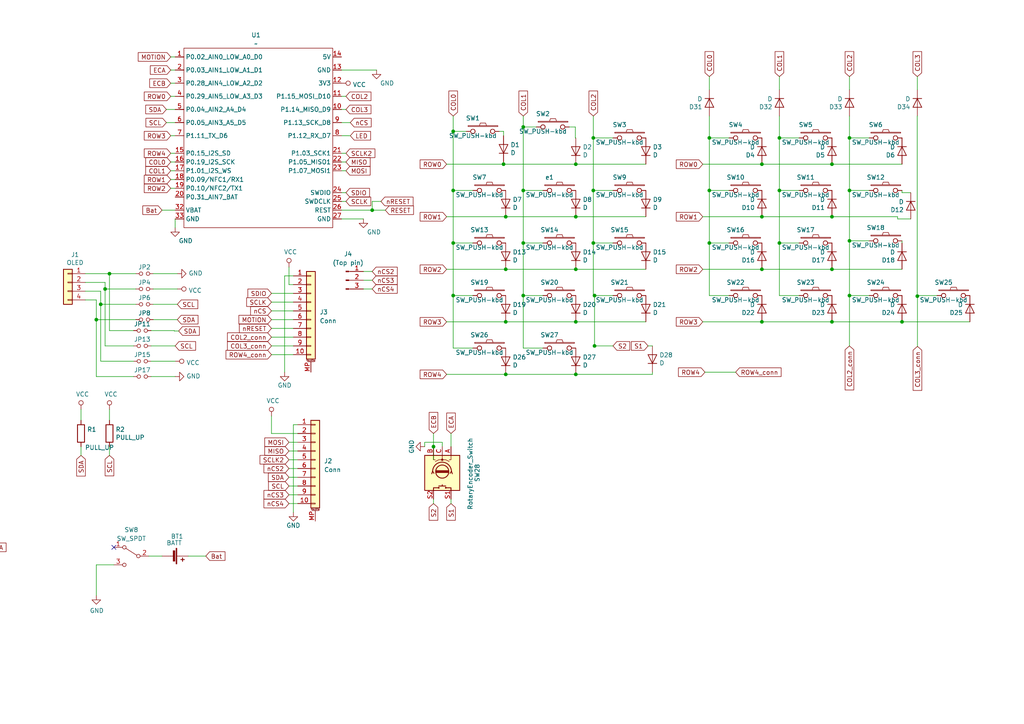
<source format=kicad_sch>
(kicad_sch (version 20250114) (generator "eeschema") (generator_version "9.0")
  (paper "A4")
  (junction (at 172.085 70.485))
  (junction (at 241.3 78.105))
  (junction (at 525.78 44.45))
  (junction (at 226.06 55.245))
  (junction (at 167.005 62.865))
  (junction (at 401.955 15.24))
  (junction (at 352.425 23.495))
  (junction (at 30.48 83.82))
  (junction (at 377.19 23.495))
  (junction (at 167.005 78.105))
  (junction (at 426.72 94.615))
  (junction (at 401.955 94.615))
  (junction (at 501.015 23.495))
  (junction (at 401.955 23.495))
  (junction (at 146.685 62.865))
  (junction (at 167.005 93.345))
  (junction (at 246.38 55.245))
  (junction (at 151.765 36.83))
  (junction (at 550.545 44.45))
  (junction (at 131.445 38.1))
  (junction (at 476.25 15.24))
  (junction (at 246.38 85.725))
  (junction (at 476.25 23.495))
  (junction (at 205.74 40.005))
  (junction (at 241.3 62.865))
  (junction (at 220.98 62.865))
  (junction (at 550.545 23.495))
  (junction (at 131.445 70.485))
  (junction (at 220.98 93.345))
  (junction (at 352.425 44.45))
  (junction (at 246.38 69.85))
  (junction (at 146.05 47.625))
  (junction (at 27.94 92.71))
  (junction (at 31.75 79.375))
  (junction (at 476.25 94.615))
  (junction (at 266.065 85.8967))
  (junction (at 525.78 23.495))
  (junction (at 167.005 47.625))
  (junction (at 29.21 88.265))
  (junction (at 146.685 93.345))
  (junction (at 146.685 108.585))
  (junction (at 377.19 94.615))
  (junction (at 261.62 93.345))
  (junction (at 381 15.24))
  (junction (at 151.765 70.485))
  (junction (at 107.95 60.96))
  (junction (at 226.06 70.485))
  (junction (at 172.4392 85.725))
  (junction (at 451.485 23.495))
  (junction (at 131.445 85.725))
  (junction (at 146.685 78.105))
  (junction (at 451.485 94.615))
  (junction (at 501.015 94.615))
  (junction (at 172.085 40.005))
  (junction (at 172.4392 100.33))
  (junction (at 167.005 108.585))
  (junction (at 246.38 40.005))
  (junction (at 205.74 70.485))
  (junction (at 377.19 15.24))
  (junction (at 220.98 78.105))
  (junction (at 205.74 55.245))
  (junction (at 241.3 47.625))
  (junction (at 241.3 93.345))
  (junction (at 226.06 40.005))
  (junction (at 131.445 55.245))
  (junction (at 426.72 15.24))
  (junction (at 426.72 44.45))
  (junction (at 377.19 44.45))
  (junction (at 476.25 44.45))
  (junction (at 151.765 55.245))
  (junction (at 426.72 23.495))
  (junction (at 501.015 44.45))
  (junction (at -24.765 158.75))
  (junction (at 352.425 94.615))
  (junction (at 151.765 85.725))
  (junction (at 525.78 15.24))
  (junction (at 125.73 129.54))
  (junction (at 451.485 15.24))
  (junction (at 501.015 15.24))
  (junction (at 451.485 44.45))
  (junction (at 172.085 55.245))
  (junction (at 220.98 47.625))
  (junction (at 401.955 44.45))
  (no_connect (at 262.255 -6.35))
  (no_connect (at 499.745 129.54))
  (no_connect (at 269.24 -6.35))
  (no_connect (at 243.84 -6.35))
  (no_connect (at 237.49 -6.35))
  (no_connect (at 250.19 -6.35))
  (no_connect (at 33.02 158.75))
  (no_connect (at 255.27 -6.35))
  (wire (pts (xy 189.23 107.95) (xy 189.23 108.585)))
  (wire (pts (xy 375.285 94.615) (xy 377.19 94.615)))
  (wire (pts (xy 501.015 23.495) (xy 501.015 44.45)))
  (wire (pts (xy 457.2 28.575) (xy 455.295 28.575)))
  (wire (pts (xy 474.98 23.495) (xy 476.25 23.495)))
  (wire (pts (xy 379.095 23.495) (xy 382.905 23.495)))
  (wire (pts (xy 432.435 28.575) (xy 430.53 28.575)))
  (wire (pts (xy 49.53 16.51) (xy 50.8 16.51)))
  (wire (pts (xy 82.55 80.01) (xy 85.09 80.01)))
  (wire (pts (xy 477.52 129.54) (xy 474.345 129.54)))
  (wire (pts (xy 83.82 130.81) (xy 86.36 130.81)))
  (wire (pts (xy 480.06 99.695) (xy 480.06 100.33)))
  (wire (pts (xy 350.52 124.46) (xy 352.425 124.46)))
  (wire (pts (xy 531.495 49.53) (xy 529.59 49.53)))
  (wire (pts (xy 43.815 104.775) (xy 50.8 104.775)))
  (wire (pts (xy 504.825 49.53) (xy 504.825 50.165)))
  (wire (pts (xy 352.425 23.495) (xy 352.425 44.45)))
  (wire (pts (xy 330.835 49.53) (xy 330.835 50.165)))
  (wire (pts (xy 549.275 99.695) (xy 550.545 99.695)))
  (wire (pts (xy 452.755 99.695) (xy 452.755 94.615)))
  (wire (pts (xy 24.765 79.375) (xy 31.75 79.375)))
  (wire (pts (xy 378.46 49.53) (xy 378.46 44.45)))
  (wire (pts (xy 431.8 99.695) (xy 429.895 99.695)))
  (wire (pts (xy 504.825 28.575) (xy 504.825 29.21)))
  (wire (pts (xy 405.13 49.53) (xy 405.13 50.165)))
  (wire (pts (xy 129.54 47.625) (xy 146.05 47.625)))
  (wire (pts (xy 525.78 94.615) (xy 524.51 94.615)))
  (wire (pts (xy 378.46 124.46) (xy 382.27 124.46)))
  (wire (pts (xy 27.94 92.71) (xy 39.37 92.71)))
  (wire (pts (xy 481.965 129.54) (xy 480.06 129.54)))
  (wire (pts (xy 549.275 49.53) (xy 562.61 49.53)))
  (wire (pts (xy 400.685 23.495) (xy 401.955 23.495)))
  (wire (pts (xy 226.06 33.655) (xy 226.06 40.005)))
  (wire (pts (xy 146.685 93.345) (xy 167.005 93.345)))
  (wire (pts (xy 382.27 99.695) (xy 380.365 99.695)))
  (wire (pts (xy 382.27 129.54) (xy 380.365 129.54)))
  (wire (pts (xy 428.625 23.495) (xy 432.435 23.495)))
  (wire (pts (xy 31.75 129.54) (xy 31.75 132.08)))
  (wire (pts (xy 354.33 28.575) (xy 354.33 23.495)))
  (wire (pts (xy 135.255 38.1) (xy 131.445 38.1)))
  (wire (pts (xy -7.62 158.75) (xy -5.08 158.75)))
  (wire (pts (xy 377.19 44.45) (xy 377.19 94.615)))
  (wire (pts (xy 381 13.335) (xy 381 15.24)))
  (wire (pts (xy 205.74 40.005) (xy 205.74 55.245)))
  (wire (pts (xy 401.955 15.24) (xy 426.72 15.24)))
  (wire (pts (xy 85.09 148.59) (xy 85.09 123.19)))
  (wire (pts (xy 266.0323 33.655) (xy 266.065 33.655)))
  (wire (pts (xy 50.5493 95.885) (xy 43.815 95.885)))
  (wire (pts (xy 550.545 99.695) (xy 550.545 112.395)))
  (wire (pts (xy 428.625 28.575) (xy 428.625 23.495)))
  (wire (pts (xy 481.965 94.615) (xy 477.52 94.615)))
  (wire (pts (xy 246.38 55.245) (xy 246.38 69.85)))
  (wire (pts (xy 562.61 78.74) (xy 327.025 78.74)))
  (wire (pts (xy 400.685 28.575) (xy 403.86 28.575)))
  (wire (pts (xy 477.52 124.46) (xy 477.52 129.54)))
  (wire (pts (xy 49.53 39.37) (xy 50.8 39.37)))
  (wire (pts (xy 451.485 94.615) (xy 451.485 124.46)))
  (wire (pts (xy 499.745 28.575) (xy 502.92 28.575)))
  (wire (pts (xy 357.505 49.53) (xy 355.6 49.53)))
  (wire (pts (xy 407.035 129.54) (xy 405.13 129.54)))
  (wire (pts (xy 78.74 92.71) (xy 85.09 92.71)))
  (wire (pts (xy 426.72 15.24) (xy 451.485 15.24)))
  (wire (pts (xy 449.58 44.45) (xy 451.485 44.45)))
  (wire (pts (xy 449.58 99.695) (xy 452.755 99.695)))
  (wire (pts (xy 137.16 100.965) (xy 131.445 100.965)))
  (wire (pts (xy 146.05 46.99) (xy 146.05 47.625)))
  (wire (pts (xy 403.86 23.495) (xy 407.67 23.495)))
  (wire (pts (xy -38.1 154.94) (xy -27.94 154.94)))
  (wire (pts (xy 451.485 23.495) (xy 451.485 44.45)))
  (wire (pts (xy 401.955 44.45) (xy 400.05 44.45)))
  (wire (pts (xy 357.505 129.54) (xy 355.6 129.54)))
  (wire (pts (xy 172.085 33.655) (xy 172.085 40.005)))
  (wire (pts (xy 375.285 129.54) (xy 378.46 129.54)))
  (wire (pts (xy 529.59 49.53) (xy 529.59 50.165)))
  (wire (pts (xy 252.095 55.245) (xy 246.38 55.245)))
  (wire (pts (xy 177.8 40.005) (xy 172.085 40.005)))
  (wire (pts (xy 476.25 94.615) (xy 474.345 94.615)))
  (wire (pts (xy 452.755 94.615) (xy 456.565 94.615)))
  (wire (pts (xy 33.02 163.83) (xy 27.94 163.83)))
  (wire (pts (xy 502.92 23.495) (xy 506.73 23.495)))
  (wire (pts (xy 31.75 95.885) (xy 38.735 95.885)))
  (wire (pts (xy 51.435 92.71) (xy 44.45 92.71)))
  (wire (pts (xy 172.4392 100.33) (xy 172.4392 100.3565)))
  (wire (pts (xy 130.81 146.05) (xy 130.81 144.78)))
  (wire (pts (xy 172.085 85.725) (xy 172.4392 85.725)))
  (wire (pts (xy 353.695 49.53) (xy 353.695 44.45)))
  (wire (pts (xy 166.8754 40.005) (xy 167.005 40.005)))
  (wire (pts (xy 129.54 93.345) (xy 146.685 93.345)))
  (wire (pts (xy 502.92 94.615) (xy 506.73 94.615)))
  (wire (pts (xy 144.78 38.1) (xy 146.05 38.1)))
  (wire (pts (xy 203.835 78.105) (xy 220.98 78.105)))
  (wire (pts (xy 524.51 99.695) (xy 527.685 99.695)))
  (wire (pts (xy 476.25 44.45) (xy 476.25 94.615)))
  (wire (pts (xy 527.685 28.575) (xy 527.685 23.495)))
  (wire (pts (xy 476.25 15.24) (xy 476.25 23.495)))
  (wire (pts (xy 456.565 99.695) (xy 454.66 99.695)))
  (wire (pts (xy 405.765 28.575) (xy 405.765 29.21)))
  (wire (pts (xy 453.39 28.575) (xy 453.39 23.495)))
  (wire (pts (xy 27.94 109.22) (xy 38.735 109.22)))
  (wire (pts (xy 231.775 70.485) (xy 226.06 70.485)))
  (wire (pts (xy 525.78 44.45) (xy 524.51 44.45)))
  (wire (pts (xy 401.955 94.615) (xy 401.955 124.46)))
  (wire (pts (xy 381 15.24) (xy 401.955 15.24)))
  (wire (pts (xy 48.26 35.56) (xy 50.8 35.56)))
  (wire (pts (xy 100.33 31.75) (xy 99.06 31.75)))
  (wire (pts (xy 146.685 108.585) (xy 129.54 108.585)))
  (wire (pts (xy 266.0977 100.4649) (xy 266.0977 85.8967)))
  (wire (pts (xy 101.6 39.37) (xy 99.06 39.37)))
  (wire (pts (xy 350.52 99.695) (xy 353.695 99.695)))
  (wire (pts (xy 261.62 55.88) (xy 261.62 55.245)))
  (wire (pts (xy 501.015 44.45) (xy 501.015 94.615)))
  (wire (pts (xy 125.73 133.35) (xy 125.73 129.54)))
  (wire (pts (xy 401.955 44.45) (xy 401.955 94.615)))
  (wire (pts (xy 172.4392 85.725) (xy 177.8 85.725)))
  (wire (pts (xy 350.52 44.45) (xy 352.425 44.45)))
  (wire (pts (xy 476.25 15.24) (xy 501.015 15.24)))
  (wire (pts (xy 407.67 28.575) (xy 405.765 28.575)))
  (wire (pts (xy -24.765 161.29) (xy -24.765 158.75)))
  (wire (pts (xy 27.94 86.995) (xy 27.94 92.71)))
  (wire (pts (xy 531.495 28.575) (xy 529.59 28.575)))
  (wire (pts (xy 353.695 44.45) (xy 357.505 44.45)))
  (wire (pts (xy 31.75 79.375) (xy 39.37 79.375)))
  (wire (pts (xy 220.98 62.865) (xy 241.3 62.865)))
  (wire (pts (xy -38.1 157.48) (xy -34.925 157.48)))
  (wire (pts (xy 375.92 28.575) (xy 379.095 28.575)))
  (wire (pts (xy 407.035 44.45) (xy 403.225 44.45)))
  (wire (pts (xy 525.78 44.45) (xy 525.78 94.615)))
  (wire (pts (xy 476.25 94.615) (xy 476.25 124.46)))
  (wire (pts (xy 151.765 33.655) (xy 151.765 36.83)))
  (wire (pts (xy 480.06 28.575) (xy 480.06 29.21)))
  (wire (pts (xy 529.59 99.695) (xy 529.59 100.33)))
  (wire (pts (xy 525.78 15.24) (xy 550.545 15.24)))
  (wire (pts (xy 403.86 28.575) (xy 403.86 23.495)))
  (wire (pts (xy 146.05 39.37) (xy 146.05 38.1)))
  (wire (pts (xy 527.685 23.495) (xy 531.495 23.495)))
  (wire (pts (xy 220.98 78.105) (xy 241.3 78.105)))
  (wire (pts (xy 525.78 15.24) (xy 525.78 23.495)))
  (wire (pts (xy 481.965 28.575) (xy 480.06 28.575)))
  (wire (pts (xy 27.94 163.83) (xy 27.94 172.72)))
  (wire (pts (xy 157.48 55.245) (xy 151.765 55.245)))
  (wire (pts (xy 549.275 23.495) (xy 550.545 23.495)))
  (wire (pts (xy 449.58 129.54) (xy 452.755 129.54)))
  (wire (pts (xy 327.025 44.45) (xy 332.74 44.45)))
  (wire (pts (xy 167.005 93.345) (xy 187.325 93.345)))
  (wire (pts (xy 481.965 124.46) (xy 477.52 124.46)))
  (wire (pts (xy 83.82 133.35) (xy 86.36 133.35)))
  (wire (pts (xy 260.35 63.5) (xy 264.16 63.5)))
  (wire (pts (xy 107.95 81.28) (xy 105.41 81.28)))
  (wire (pts (xy 429.895 99.695) (xy 429.895 100.33)))
  (wire (pts (xy 427.99 124.46) (xy 431.8 124.46)))
  (wire (pts (xy 356.235 28.575) (xy 356.235 29.21)))
  (wire (pts (xy 405.13 129.54) (xy 405.13 130.175)))
  (wire (pts (xy 424.18 114.3) (xy 424.18 114.935)))
  (wire (pts (xy 381 8.255) (xy 381 5.715)))
  (wire (pts (xy 403.225 49.53) (xy 400.05 49.53)))
  (wire (pts (xy 189.23 100.33) (xy 187.96 100.33)))
  (wire (pts (xy 506.73 99.695) (xy 504.825 99.695)))
  (wire (pts (xy 24.765 81.915) (xy 30.48 81.915)))
  (wire (pts (xy 131.445 55.245) (xy 131.445 70.485)))
  (wire (pts (xy 220.98 47.625) (xy 241.3 47.625)))
  (wire (pts (xy 24.765 86.995) (xy 27.94 86.995)))
  (wire (pts (xy 353.695 124.46) (xy 357.505 124.46)))
  (wire (pts (xy 23.495 121.92) (xy 23.495 118.745)))
  (wire (pts (xy 327.025 34.925) (xy 553.72 34.925)))
  (wire (pts (xy 401.955 124.46) (xy 400.05 124.46)))
  (wire (pts (xy 246.38 69.85) (xy 246.38 85.725)))
  (wire (pts (xy 375.285 99.695) (xy 378.46 99.695)))
  (wire (pts (xy 407.035 124.46) (xy 403.225 124.46)))
  (wire (pts (xy 449.58 94.615) (xy 451.485 94.615)))
  (wire (pts (xy 452.755 129.54) (xy 452.755 124.46)))
  (wire (pts (xy 261.62 55.88) (xy 264.16 55.88)))
  (wire (pts (xy 177.8 55.245) (xy 172.085 55.245)))
  (wire (pts (xy 502.92 28.575) (xy 502.92 23.495)))
  (wire (pts (xy 451.485 15.24) (xy 451.485 23.495)))
  (wire (pts (xy 107.95 58.42) (xy 110.49 58.42)))
  (wire (pts (xy 550.545 44.45) (xy 550.545 94.615)))
  (wire (pts (xy 100.33 49.53) (xy 99.06 49.53)))
  (wire (pts (xy 241.3 93.345) (xy 261.62 93.345)))
  (wire (pts (xy 377.19 23.495) (xy 377.19 15.24)))
  (wire (pts (xy 330.835 129.54) (xy 330.835 130.175)))
  (wire (pts (xy 123.19 128.27) (xy 128.27 128.27)))
  (wire (pts (xy 502.92 49.53) (xy 502.92 44.45)))
  (wire (pts (xy 266.0977 85.8967) (xy 266.065 85.8967)))
  (wire (pts (xy 524.51 49.53) (xy 527.685 49.53)))
  (wire (pts (xy 83.82 146.05) (xy 86.36 146.05)))
  (wire (pts (xy 100.33 58.42) (xy 99.06 58.42)))
  (wire (pts (xy 350.52 49.53) (xy 353.695 49.53)))
  (wire (pts (xy 525.78 23.495) (xy 525.78 44.45)))
  (wire (pts (xy 480.06 49.53) (xy 480.06 50.165)))
  (wire (pts (xy 241.3 47.625) (xy 261.62 47.625)))
  (wire (pts (xy 30.48 81.915) (xy 30.48 83.82)))
  (wire (pts (xy 146.685 108.585) (xy 167.005 108.585)))
  (wire (pts (xy 129.54 78.105) (xy 146.685 78.105)))
  (wire (pts (xy 501.015 94.615) (xy 501.015 124.46)))
  (wire (pts (xy 266.065 22.225) (xy 266.065 26.035)))
  (wire (pts (xy 332.74 99.695) (xy 330.835 99.695)))
  (wire (pts (xy 405.13 99.695) (xy 405.13 100.33)))
  (wire (pts (xy 167.005 62.865) (xy 187.325 62.865)))
  (wire (pts (xy 375.92 23.495) (xy 377.19 23.495)))
  (wire (pts (xy 78.74 97.79) (xy 85.09 97.79)))
  (wire (pts (xy 476.25 44.45) (xy 474.345 44.45)))
  (wire (pts (xy 261.62 69.85) (xy 261.62 70.485)))
  (wire (pts (xy 454.66 99.695) (xy 454.66 100.33)))
  (wire (pts (xy 527.685 49.53) (xy 527.685 44.45)))
  (wire (pts (xy 29.21 88.265) (xy 39.37 88.265)))
  (wire (pts (xy 51.435 83.82) (xy 44.45 83.82)))
  (wire (pts (xy 354.33 23.495) (xy 358.14 23.495)))
  (wire (pts (xy 327.025 124.46) (xy 332.74 124.46)))
  (wire (pts (xy 352.425 15.24) (xy 352.425 23.495)))
  (wire (pts (xy 401.955 94.615) (xy 400.05 94.615)))
  (wire (pts (xy 375.285 49.53) (xy 378.46 49.53)))
  (wire (pts (xy 266.0323 33.655) (xy 266.0323 85.8967)))
  (wire (pts (xy 355.6 99.695) (xy 355.6 100.33)))
  (wire (pts (xy 424.815 124.46) (xy 426.72 124.46)))
  (wire (pts (xy 377.19 94.615) (xy 377.19 124.46)))
  (wire (pts (xy 123.19 128.27) (xy 123.19 129.54)))
  (wire (pts (xy 499.745 49.53) (xy 502.92 49.53)))
  (wire (pts (xy 501.015 44.45) (xy 499.745 44.45)))
  (wire (pts (xy 189.23 108.585) (xy 167.005 108.585)))
  (wire (pts (xy 27.94 92.71) (xy 27.94 109.22)))
  (wire (pts (xy 529.59 28.575) (xy 529.59 29.21)))
  (wire (pts (xy 130.81 125.73) (xy 130.81 129.54)))
  (wire (pts (xy 429.895 49.53) (xy 429.895 50.165)))
  (wire (pts (xy 357.505 99.695) (xy 355.6 99.695)))
  (wire (pts (xy 146.685 62.865) (xy 167.005 62.865)))
  (wire (pts (xy -24.765 158.75) (xy -38.1 158.75)))
  (wire (pts (xy 49.53 20.32) (xy 50.8 20.32)))
  (wire (pts (xy 100.33 44.45) (xy 99.06 44.45)))
  (wire (pts (xy 252.095 69.85) (xy 246.38 69.85)))
  (wire (pts (xy 260.35 62.865) (xy 241.3 62.865)))
  (wire (pts (xy 151.765 55.245) (xy 151.765 70.485)))
  (wire (pts (xy 49.53 49.53) (xy 50.8 49.53)))
  (wire (pts (xy 452.755 44.45) (xy 456.565 44.45)))
  (wire (pts (xy 78.74 87.63) (xy 85.09 87.63)))
  (wire (pts (xy 454.66 129.54) (xy 454.66 130.175)))
  (wire (pts (xy 403.225 129.54) (xy 400.05 129.54)))
  (wire (pts (xy 49.53 46.99) (xy 50.8 46.99)))
  (wire (pts (xy 101.6 35.56) (xy 99.06 35.56)))
  (wire (pts (xy 78.74 125.73) (xy 86.36 125.73)))
  (wire (pts (xy 50.8 66.04) (xy 50.8 63.5)))
  (wire (pts (xy -27.94 154.94) (xy -27.94 153.035)))
  (wire (pts (xy 246.38 33.655) (xy 246.38 40.005)))
  (wire (pts (xy 246.38 40.005) (xy 246.38 55.245)))
  (wire (pts (xy 166.8754 36.83) (xy 166.8754 40.005)))
  (wire (pts (xy 131.445 38.1) (xy 131.445 55.245)))
  (wire (pts (xy 226.06 55.245) (xy 226.06 70.485)))
  (wire (pts (xy 231.775 85.725) (xy 226.06 85.725)))
  (wire (pts (xy 353.695 129.54) (xy 353.695 124.46)))
  (wire (pts (xy 48.26 31.75) (xy 50.8 31.75)))
  (wire (pts (xy 378.46 94.615) (xy 382.27 94.615)))
  (wire (pts (xy 524.51 23.495) (xy 525.78 23.495)))
  (wire (pts (xy 78.74 102.87) (xy 85.09 102.87)))
  (wire (pts (xy 499.745 23.495) (xy 501.015 23.495)))
  (wire (pts (xy 167.005 47.625) (xy 187.325 47.625)))
  (wire (pts (xy 30.48 100.33) (xy 38.735 100.33)))
  (wire (pts (xy 203.835 62.865) (xy 220.98 62.865)))
  (wire (pts (xy 427.99 44.45) (xy 431.8 44.45)))
  (wire (pts (xy 456.565 129.54) (xy 454.66 129.54)))
  (wire (pts (xy 211.455 55.245) (xy 205.74 55.245)))
  (wire (pts (xy 54.61 161.29) (xy 59.69 161.29)))
  (wire (pts (xy 531.495 99.695) (xy 529.59 99.695)))
  (wire (pts (xy 211.455 40.005) (xy 205.74 40.005)))
  (wire (pts (xy 30.48 83.82) (xy 39.37 83.82)))
  (wire (pts (xy 450.215 23.495) (xy 451.485 23.495)))
  (wire (pts (xy 426.72 94.615) (xy 426.72 124.46)))
  (wire (pts (xy 50.8 100.33) (xy 43.815 100.33)))
  (wire (pts (xy 424.18 64.135) (xy 424.18 64.77)))
  (wire (pts (xy 49.53 24.13) (xy 50.8 24.13)))
  (wire (pts (xy 452.755 124.46) (xy 456.565 124.46)))
  (wire (pts (xy 481.965 44.45) (xy 477.52 44.45)))
  (wire (pts (xy 550.545 15.24) (xy 550.545 23.495)))
  (wire (pts (xy 455.295 28.575) (xy 455.295 29.21)))
  (wire (pts (xy 246.38 100.33) (xy 246.38 85.725)))
  (wire (pts (xy 430.53 28.575) (xy 430.53 29.21)))
  (wire (pts (xy 506.73 28.575) (xy 504.825 28.575)))
  (wire (pts (xy 31.75 121.92) (xy 31.75 118.745)))
  (wire (pts (xy 226.06 22.225) (xy 226.06 26.035)))
  (wire (pts (xy 524.51 28.575) (xy 527.685 28.575)))
  (wire (pts (xy 407.035 49.53) (xy 405.13 49.53)))
  (wire (pts (xy 83.82 135.89) (xy 86.36 135.89)))
  (wire (pts (xy 266.065 85.8967) (xy 266.065 85.725)))
  (wire (pts (xy 477.52 94.615) (xy 477.52 99.695)))
  (wire (pts (xy 107.95 58.42) (xy 107.95 60.96)))
  (wire (pts (xy 426.72 23.495) (xy 426.72 44.45)))
  (wire (pts (xy 43.18 161.29) (xy 46.99 161.29)))
  (wire (pts (xy 137.16 55.245) (xy 131.445 55.245)))
  (wire (pts (xy 355.6 49.53) (xy 355.6 50.165)))
  (wire (pts (xy 155.575 36.83) (xy 151.765 36.83)))
  (wire (pts (xy 327.025 112.395) (xy 327.025 124.46)))
  (wire (pts (xy 451.485 15.24) (xy 476.25 15.24)))
  (wire (pts (xy 241.3 78.105) (xy 261.62 78.105)))
  (wire (pts (xy 424.815 99.695) (xy 427.99 99.695)))
  (wire (pts (xy 501.015 94.615) (xy 499.745 94.615)))
  (wire (pts (xy 151.765 36.83) (xy 151.765 55.245)))
  (wire (pts (xy 44.45 79.375) (xy 51.435 79.375)))
  (wire (pts (xy 231.775 55.245) (xy 226.06 55.245)))
  (wire (pts (xy 424.815 129.54) (xy 427.99 129.54)))
  (wire (pts (xy 246.38 22.225) (xy 246.38 26.035)))
  (wire (pts (xy 131.445 33.655) (xy 131.445 38.1)))
  (wire (pts (xy 378.46 44.45) (xy 382.27 44.45)))
  (wire (pts (xy 29.21 88.265) (xy 29.21 104.775)))
  (wire (pts (xy 550.545 112.395) (xy 327.025 112.395)))
  (wire (pts (xy 454.66 49.53) (xy 454.66 50.165)))
  (wire (pts (xy 146.685 78.105) (xy 167.005 78.105)))
  (wire (pts (xy 83.82 138.43) (xy 86.36 138.43)))
  (wire (pts (xy 172.4392 85.725) (xy 172.4392 100.33)))
  (wire (pts (xy 49.53 27.94) (xy 50.8 27.94)))
  (wire (pts (xy 100.33 46.99) (xy 99.06 46.99)))
  (wire (pts (xy 352.425 94.615) (xy 352.425 124.46)))
  (wire (pts (xy 480.06 129.54) (xy 480.06 130.175)))
  (wire (pts (xy 50.5493 96.002) (xy 50.5493 95.885)))
  (wire (pts (xy 353.695 99.695) (xy 353.695 94.615)))
  (wire (pts (xy 78.74 100.33) (xy 85.09 100.33)))
  (wire (pts (xy 125.73 146.05) (xy 125.73 144.78)))
  (wire (pts (xy 151.765 70.485) (xy 151.765 85.725)))
  (wire (pts (xy 211.455 85.725) (xy 205.74 85.725)))
  (wire (pts (xy 476.25 124.46) (xy 474.345 124.46)))
  (wire (pts (xy 449.58 49.53) (xy 452.755 49.53)))
  (wire (pts (xy 172.085 40.005) (xy 172.085 55.245)))
  (wire (pts (xy 425.45 28.575) (xy 428.625 28.575)))
  (wire (pts (xy 252.095 85.725) (xy 246.38 85.725)))
  (wire (pts (xy 100.33 55.88) (xy 99.06 55.88)))
  (wire (pts (xy 350.52 129.54) (xy 353.695 129.54)))
  (wire (pts (xy 220.98 93.345) (xy 241.3 93.345)))
  (wire (pts (xy 205.74 55.245) (xy 205.74 70.485)))
  (wire (pts (xy 266.0323 85.8967) (xy 266.065 85.8967)))
  (wire (pts (xy 427.99 94.615) (xy 431.8 94.615)))
  (wire (pts (xy 78.74 90.17) (xy 85.09 90.17)))
  (wire (pts (xy 131.445 70.485) (xy 131.445 85.725)))
  (wire (pts (xy 477.52 44.45) (xy 477.52 49.53)))
  (wire (pts (xy 358.14 28.575) (xy 356.235 28.575)))
  (wire (pts (xy 203.835 47.625) (xy 220.98 47.625)))
  (wire (pts (xy 24.765 84.455) (xy 29.21 84.455)))
  (wire (pts (xy 211.455 70.485) (xy 205.74 70.485)))
  (wire (pts (xy 49.53 44.45) (xy 50.8 44.45)))
  (wire (pts (xy 401.955 23.495) (xy 401.955 44.45)))
  (wire (pts (xy 352.425 44.45) (xy 352.425 94.615)))
  (wire (pts (xy 504.825 99.695) (xy 504.825 100.33)))
  (wire (pts (xy 501.015 124.46) (xy 499.745 124.46)))
  (wire (pts (xy 375.285 44.45) (xy 377.19 44.45)))
  (wire (pts (xy 231.775 40.005) (xy 226.06 40.005)))
  (wire (pts (xy 23.495 129.54) (xy 23.495 132.08)))
  (wire (pts (xy 424.18 144.145) (xy 424.18 144.78)))
  (wire (pts (xy 172.085 55.245) (xy 172.085 70.485)))
  (wire (pts (xy 427.99 129.54) (xy 427.99 124.46)))
  (wire (pts (xy 327.025 34.925) (xy 327.025 44.45)))
  (wire (pts (xy 431.8 49.53) (xy 429.895 49.53)))
  (wire (pts (xy 226.06 70.485) (xy 226.06 85.725)))
  (wire (pts (xy 426.72 44.45) (xy 426.72 94.615)))
  (wire (pts (xy 481.965 99.695) (xy 480.06 99.695)))
  (wire (pts (xy -34.925 156.21) (xy -38.1 156.21)))
  (wire (pts (xy 403.225 94.615) (xy 403.225 99.695)))
  (wire (pts (xy 49.53 54.61) (xy 50.8 54.61)))
  (wire (pts (xy 527.685 99.695) (xy 527.685 94.615)))
  (wire (pts (xy 527.685 44.45) (xy 531.495 44.45)))
  (wire (pts (xy 481.965 49.53) (xy 480.06 49.53)))
  (wire (pts (xy 381 28.575) (xy 381 29.21)))
  (wire (pts (xy 83.82 143.51) (xy 86.36 143.51)))
  (wire (pts (xy 424.815 44.45) (xy 426.72 44.45)))
  (wire (pts (xy 449.58 124.46) (xy 451.485 124.46)))
  (wire (pts (xy 83.82 128.27) (xy 86.36 128.27)))
  (wire (pts (xy 137.16 70.485) (xy 131.445 70.485)))
  (wire (pts (xy 476.25 23.495) (xy 476.25 44.45)))
  (wire (pts (xy 427.99 49.53) (xy 427.99 44.45)))
  (wire (pts (xy 427.99 99.695) (xy 427.99 94.615)))
  (wire (pts (xy 128.27 128.27) (xy 128.27 129.54)))
  (wire (pts (xy 330.835 99.695) (xy 330.835 100.33)))
  (wire (pts (xy 157.48 100.965) (xy 151.765 100.965)))
  (wire (pts (xy 204.47 107.95) (xy 213.36 107.95)))
  (wire (pts (xy 29.21 84.455) (xy 29.21 88.265)))
  (wire (pts (xy 327.025 78.74) (xy 327.025 94.615)))
  (wire (pts (xy 474.98 28.575) (xy 478.155 28.575)))
  (wire (pts (xy 426.72 15.24) (xy 426.72 23.495)))
  (wire (pts (xy 501.015 15.24) (xy 525.78 15.24)))
  (wire (pts (xy 332.74 49.53) (xy 330.835 49.53)))
  (wire (pts (xy 177.8 100.33) (xy 172.4392 100.33)))
  (wire (pts (xy 151.765 85.725) (xy 151.765 100.965)))
  (wire (pts (xy 424.815 94.615) (xy 426.72 94.615)))
  (wire (pts (xy 99.06 60.96) (xy 107.95 60.96)))
  (wire (pts (xy 477.52 99.695) (xy 474.345 99.695)))
  (wire (pts (xy 157.48 70.485) (xy 151.765 70.485)))
  (wire (pts (xy 203.835 93.345) (xy 220.98 93.345)))
  (wire (pts (xy 527.685 94.615) (xy 531.495 94.615)))
  (wire (pts (xy 403.225 99.695) (xy 400.05 99.695)))
  (wire (pts (xy 379.095 28.575) (xy 379.095 23.495)))
  (wire (pts (xy 452.755 49.53) (xy 452.755 44.45)))
  (wire (pts (xy -34.925 146.685) (xy -34.925 156.21)))
  (wire (pts (xy 205.74 22.225) (xy 205.74 26.035)))
  (wire (pts (xy 499.745 99.695) (xy 502.92 99.695)))
  (wire (pts (xy 355.6 129.54) (xy 355.6 130.175)))
  (wire (pts (xy 502.92 99.695) (xy 502.92 94.615)))
  (wire (pts (xy 107.95 60.96) (xy 111.76 60.96)))
  (wire (pts (xy 167.005 78.105) (xy 187.325 78.105)))
  (wire (pts (xy 477.52 49.53) (xy 474.345 49.53)))
  (wire (pts (xy 453.39 23.495) (xy 457.2 23.495)))
  (wire (pts (xy 478.155 28.575) (xy 478.155 23.495)))
  (wire (pts (xy 331.47 28.575) (xy 331.47 29.21)))
  (wire (pts (xy 252.095 40.005) (xy 246.38 40.005)))
  (wire (pts (xy 350.52 94.615) (xy 352.425 94.615)))
  (wire (pts (xy 377.19 15.24) (xy 381 15.24)))
  (wire (pts (xy 382.905 28.575) (xy 381 28.575)))
  (wire (pts (xy 329.565 23.495) (xy 333.375 23.495)))
  (wire (pts (xy 549.275 28.575) (xy 553.72 28.575)))
  (wire (pts (xy 501.015 15.24) (xy 501.015 23.495)))
  (wire (pts (xy -34.925 157.48) (xy -34.925 160.655)))
  (wire (pts (xy 431.8 129.54) (xy 429.895 129.54)))
  (wire (pts (xy 107.95 83.82) (xy 105.41 83.82)))
  (wire (pts (xy -24.765 158.75) (xy -22.86 158.75)))
  (wire (pts (xy 205.74 70.485) (xy 205.74 85.725)))
  (wire (pts (xy 30.48 83.82) (xy 30.48 100.33)))
  (wire (pts (xy 177.8 70.485) (xy 172.085 70.485)))
  (wire (pts (xy 380.365 99.695) (xy 380.365 100.33)))
  (wire (pts (xy 83.82 82.55) (xy 85.09 82.55)))
  (wire (pts (xy 321.31 23.495) (xy 324.485 23.495)))
  (wire (pts (xy 131.445 85.725) (xy 131.445 100.965)))
  (wire (pts (xy 429.895 129.54) (xy 429.895 130.175)))
  (wire (pts (xy 378.46 99.695) (xy 378.46 94.615)))
  (wire (pts (xy 456.565 49.53) (xy 454.66 49.53)))
  (wire (pts (xy 137.16 85.725) (xy 131.445 85.725)))
  (wire (pts (xy 425.45 23.495) (xy 426.72 23.495)))
  (wire (pts (xy 226.06 40.005) (xy 226.06 55.245)))
  (wire (pts (xy 109.22 20.32) (xy 99.06 20.32)))
  (wire (pts (xy 382.27 49.53) (xy 380.365 49.53)))
  (wire (pts (xy 46.99 60.96) (xy 50.8 60.96)))
  (wire (pts (xy 82.55 80.01) (xy 82.55 107.95)))
  (wire (pts (xy 83.82 140.97) (xy 86.36 140.97)))
  (wire (pts (xy 105.41 63.5) (xy 99.06 63.5)))
  (wire (pts (xy 332.74 129.54) (xy 330.835 129.54)))
  (wire (pts (xy 478.155 23.495) (xy 481.965 23.495)))
  (wire (pts (xy 172.085 70.485) (xy 172.085 85.725)))
  (wire (pts (xy 377.19 23.495) (xy 377.19 44.45)))
  (wire (pts (xy 78.74 120.65) (xy 78.74 125.73)))
  (wire (pts (xy 157.48 85.725) (xy 151.765 85.725)))
  (wire (pts (xy 165.1 36.83) (xy 166.8754 36.83)))
  (wire (pts (xy 550.545 23.495) (xy 550.545 44.45)))
  (wire (pts (xy 407.035 99.695) (xy 405.13 99.695)))
  (wire (pts (xy 125.73 129.54) (xy 125.73 125.73)))
  (wire (pts (xy 553.72 28.575) (xy 553.72 34.925)))
  (wire (pts (xy 506.73 49.53) (xy 504.825 49.53)))
  (wire (pts (xy 378.46 129.54) (xy 378.46 124.46)))
  (wire (pts (xy 261.62 93.345) (xy 281.305 93.345)))
  (wire (pts (xy 205.74 33.655) (xy 205.74 40.005)))
  (wire (pts (xy 100.33 27.94) (xy 99.06 27.94)))
  (wire (pts (xy 401.955 15.24) (xy 401.955 23.495)))
  (wire (pts (xy 50.5493 96.002) (xy 51.8193 96.002)))
  (wire (pts (xy 146.05 47.625) (xy 167.005 47.625)))
  (wire (pts (xy 260.35 63.5) (xy 260.35 62.865)))
  (wire (pts (xy 83.82 77.47) (xy 83.82 82.55)))
  (wire (pts (xy 333.375 28.575) (xy 331.47 28.575)))
  (wire (pts (xy 271.78 85.725) (xy 266.065 85.725)))
  (wire (pts (xy 351.155 23.495) (xy 352.425 23.495)))
  (wire (pts (xy 43.815 109.22) (xy 50.8 109.22)))
  (wire (pts (xy 562.61 49.53) (xy 562.61 78.74)))
  (wire (pts (xy 407.035 94.615) (xy 403.225 94.615)))
  (wire (pts (xy 375.285 124.46) (xy 377.19 124.46)))
  (wire (pts (xy 85.09 123.19) (xy 86.36 123.19)))
  (wire (pts (xy 129.54 62.865) (xy 146.685 62.865)))
  (wire (pts (xy 327.025 94.615) (xy 332.74 94.615)))
  (wire (pts (xy 78.74 85.09) (xy 85.09 85.09)))
  (wire (pts (xy 403.225 44.45) (xy 403.225 49.53)))
  (wire (pts (xy 352.425 15.24) (xy 377.19 15.24)))
  (wire (pts (xy 29.21 104.775) (xy 38.735 104.775)))
  (wire (pts (xy 424.815 49.53) (xy 427.99 49.53)))
  (wire (pts (xy 403.225 124.46) (xy 403.225 129.54)))
  (wire (pts (xy 380.365 129.54) (xy 380.365 130.175)))
  (wire (pts (xy 49.53 52.07) (xy 50.8 52.07)))
  (wire (pts (xy 550.545 94.615) (xy 549.275 94.615)))
  (wire (pts (xy 31.75 79.375) (xy 31.75 95.885)))
  (wire (pts (xy 353.695 94.615) (xy 357.505 94.615)))
  (wire (pts (xy 451.485 44.45) (xy 451.485 94.615)))
  (wire (pts (xy 105.41 78.74) (xy 107.95 78.74)))
  (wire (pts (xy 502.92 44.45) (xy 506.73 44.45)))
  (wire (pts (xy 550.545 44.45) (xy 549.275 44.45)))
  (wire (pts (xy 450.215 28.575) (xy 453.39 28.575)))
  (wire (pts (xy 351.155 28.575) (xy 354.33 28.575)))
  (wire (pts (xy 380.365 49.53) (xy 380.365 50.165)))
  (wire (pts (xy 78.74 95.25) (xy 85.09 95.25)))
  (wire (pts (xy 44.45 88.265) (xy 51.435 88.265)))
  (global_label "nRESET" (shape input) (at 78.74 95.25 180) (property "Intersheetrefs" "${INTERSHEET_REFS}" (effects (hide yes))))
  (global_label "COL2" (shape input) (at 172.085 33.655 90) (property "Intersheetrefs" "${INTERSHEET_REFS}" (effects (hide yes))))
  (global_label "SCLK" (shape input) (at 100.33 58.42 0) (property "Intersheetrefs" "${INTERSHEET_REFS}" (effects (hide yes))))
  (global_label "ROW0" (shape input) (at 49.53 27.94 180) (property "Intersheetrefs" "${INTERSHEET_REFS}" (effects (hide yes))))
  (global_label "MOTION" (shape input) (at 78.74 92.71 180) (property "Intersheetrefs" "${INTERSHEET_REFS}" (effects (hide yes))))
  (global_label "ROW4" (shape input) (at 49.53 44.45 180) (property "Intersheetrefs" "${INTERSHEET_REFS}" (effects (hide yes))))
  (global_label "SDA" (shape input) (at 51.435 92.71 0) (property "Intersheetrefs" "${INTERSHEET_REFS}" (effects (hide yes))))
  (global_label "COL3_conn" (shape input) (at 266.0977 100.4649 270) (property "Intersheetrefs" "${INTERSHEET_REFS}" (effects (hide yes))))
  (global_label "ECA" (shape input) (at 130.81 125.73 90) (property "Intersheetrefs" "${INTERSHEET_REFS}" (effects (hide yes))))
  (global_label "COL3_conn" (shape input) (at 78.74 100.33 180) (property "Intersheetrefs" "${INTERSHEET_REFS}" (effects (hide yes))))
  (global_label "ECB" (shape input) (at 49.53 24.13 180) (property "Intersheetrefs" "${INTERSHEET_REFS}" (effects (hide yes))))
  (global_label "MISO" (shape input) (at 83.82 130.81 180) (property "Intersheetrefs" "${INTERSHEET_REFS}" (effects (hide yes))))
  (global_label "COL0" (shape input) (at 131.445 33.655 90) (property "Intersheetrefs" "${INTERSHEET_REFS}" (effects (hide yes))))
  (global_label "COL2" (shape input) (at 246.38 22.225 90) (property "Intersheetrefs" "${INTERSHEET_REFS}" (effects (hide yes))))
  (global_label "COL3" (shape input) (at 100.33 31.75 0) (property "Intersheetrefs" "${INTERSHEET_REFS}" (effects (hide yes))))
  (global_label "ROW3" (shape input) (at 203.835 93.345 180) (property "Intersheetrefs" "${INTERSHEET_REFS}" (effects (hide yes))))
  (global_label "MOTION" (shape input) (at 49.53 16.51 180) (property "Intersheetrefs" "${INTERSHEET_REFS}" (effects (hide yes))))
  (global_label "MOSI" (shape input) (at 100.33 49.53 0) (property "Intersheetrefs" "${INTERSHEET_REFS}" (effects (hide yes))))
  (global_label "S2" (shape input) (at 177.8 100.33 0) (property "Intersheetrefs" "${INTERSHEET_REFS}" (effects (hide yes))))
  (global_label "SCLK2" (shape input) (at 83.82 133.35 180) (property "Intersheetrefs" "${INTERSHEET_REFS}" (effects (hide yes))))
  (global_label "nCS4" (shape input) (at 83.82 146.05 180) (property "Intersheetrefs" "${INTERSHEET_REFS}" (effects (hide yes))))
  (global_label "SCL" (shape input) (at 48.26 35.56 180) (property "Intersheetrefs" "${INTERSHEET_REFS}" (effects (hide yes))))
  (global_label "nCS4" (shape input) (at 107.95 83.82 0) (property "Intersheetrefs" "${INTERSHEET_REFS}" (effects (hide yes))))
  (global_label "ROW1" (shape input) (at 129.54 62.865 180) (property "Intersheetrefs" "${INTERSHEET_REFS}" (effects (hide yes))))
  (global_label "ROW4" (shape input) (at 129.54 108.585 180) (property "Intersheetrefs" "${INTERSHEET_REFS}" (effects (hide yes))))
  (global_label "RESET" (shape input) (at 111.76 60.96 0) (property "Intersheetrefs" "${INTERSHEET_REFS}" (effects (hide yes))))
  (global_label "Bat" (shape input) (at 59.69 161.29 0) (property "Intersheetrefs" "${INTERSHEET_REFS}" (effects (hide yes))))
  (global_label "LED" (shape input) (at 101.6 39.37 0) (property "Intersheetrefs" "${INTERSHEET_REFS}" (effects (hide yes))))
  (global_label "ROW4" (shape input) (at 204.47 107.95 180) (property "Intersheetrefs" "${INTERSHEET_REFS}" (effects (hide yes))))
  (global_label "SDA" (shape input) (at 48.26 31.75 180) (property "Intersheetrefs" "${INTERSHEET_REFS}" (effects (hide yes))))
  (global_label "nCS" (shape input) (at 78.74 90.17 180) (property "Intersheetrefs" "${INTERSHEET_REFS}" (effects (hide yes))))
  (global_label "SCLK2" (shape input) (at 100.33 44.45 0) (property "Intersheetrefs" "${INTERSHEET_REFS}" (effects (hide yes))))
  (global_label "COL0" (shape input) (at 205.74 22.225 90) (property "Intersheetrefs" "${INTERSHEET_REFS}" (effects (hide yes))))
  (global_label "ROW4_conn" (shape input) (at 213.36 107.95 0) (property "Intersheetrefs" "${INTERSHEET_REFS}" (effects (hide yes))))
  (global_label "SCLK" (shape input) (at 78.74 87.63 180) (property "Intersheetrefs" "${INTERSHEET_REFS}" (effects (hide yes))))
  (global_label "ROW1" (shape input) (at 49.53 52.07 180) (property "Intersheetrefs" "${INTERSHEET_REFS}" (effects (hide yes))))
  (global_label "ROW1" (shape input) (at 203.835 62.865 180) (property "Intersheetrefs" "${INTERSHEET_REFS}" (effects (hide yes))))
  (global_label "SDIO" (shape input) (at 100.33 55.88 0) (property "Intersheetrefs" "${INTERSHEET_REFS}" (effects (hide yes))))
  (global_label "MISO" (shape input) (at 100.33 46.99 0) (property "Intersheetrefs" "${INTERSHEET_REFS}" (effects (hide yes))))
  (global_label "SDA" (shape input) (at 23.495 132.08 270) (property "Intersheetrefs" "${INTERSHEET_REFS}" (effects (hide yes))))
  (global_label "SDA" (shape input) (at 51.8193 96.002 0) (property "Intersheetrefs" "${INTERSHEET_REFS}" (effects (hide yes))))
  (global_label "nCS" (shape input) (at 101.6 35.56 0) (property "Intersheetrefs" "${INTERSHEET_REFS}" (effects (hide yes))))
  (global_label "SCL" (shape input) (at 51.435 88.265 0) (property "Intersheetrefs" "${INTERSHEET_REFS}" (effects (hide yes))))
  (global_label "ECA" (shape input) (at 49.53 20.32 180) (property "Intersheetrefs" "${INTERSHEET_REFS}" (effects (hide yes))))
  (global_label "S1" (shape input) (at 130.81 146.05 270) (property "Intersheetrefs" "${INTERSHEET_REFS}" (effects (hide yes))))
  (global_label "ECB" (shape input) (at 125.73 125.73 90) (property "Intersheetrefs" "${INTERSHEET_REFS}" (effects (hide yes))))
  (global_label "ROW2" (shape input) (at 203.835 78.105 180) (property "Intersheetrefs" "${INTERSHEET_REFS}" (effects (hide yes))))
  (global_label "COL3" (shape input) (at 266.065 22.225 90) (property "Intersheetrefs" "${INTERSHEET_REFS}" (effects (hide yes))))
  (global_label "COL2" (shape input) (at 100.33 27.94 0) (property "Intersheetrefs" "${INTERSHEET_REFS}" (effects (hide yes))))
  (global_label "DATA" (shape input) (at -5.08 158.75 0) (property "Intersheetrefs" "${INTERSHEET_REFS}" (effects (hide yes))))
  (global_label "COL1" (shape input) (at 151.765 33.655 90) (property "Intersheetrefs" "${INTERSHEET_REFS}" (effects (hide yes))))
  (global_label "SCL" (shape input) (at 50.8 100.33 0) (property "Intersheetrefs" "${INTERSHEET_REFS}" (effects (hide yes))))
  (global_label "LED" (shape input) (at 321.31 23.495 180) (property "Intersheetrefs" "${INTERSHEET_REFS}" (effects (hide yes))))
  (global_label "ROW2" (shape input) (at 49.53 54.61 180) (property "Intersheetrefs" "${INTERSHEET_REFS}" (effects (hide yes))))
  (global_label "nCS2" (shape input) (at 83.82 135.89 180) (property "Intersheetrefs" "${INTERSHEET_REFS}" (effects (hide yes))))
  (global_label "nCS2" (shape input) (at 107.95 78.74 0) (property "Intersheetrefs" "${INTERSHEET_REFS}" (effects (hide yes))))
  (global_label "SCL" (shape input) (at 83.82 140.97 180) (property "Intersheetrefs" "${INTERSHEET_REFS}" (effects (hide yes))))
  (global_label "ROW0" (shape input) (at 203.835 47.625 180) (property "Intersheetrefs" "${INTERSHEET_REFS}" (effects (hide yes))))
  (global_label "MOSI" (shape input) (at 83.82 128.27 180) (property "Intersheetrefs" "${INTERSHEET_REFS}" (effects (hide yes))))
  (global_label "SDIO" (shape input) (at 78.74 85.09 180) (property "Intersheetrefs" "${INTERSHEET_REFS}" (effects (hide yes))))
  (global_label "COL0" (shape input) (at 49.53 46.99 180) (property "Intersheetrefs" "${INTERSHEET_REFS}" (effects (hide yes))))
  (global_label "S1" (shape input) (at 187.96 100.33 180) (property "Intersheetrefs" "${INTERSHEET_REFS}" (effects (hide yes))))
  (global_label "ROW3" (shape input) (at 129.54 93.345 180) (property "Intersheetrefs" "${INTERSHEET_REFS}" (effects (hide yes))))
  (global_label "ROW0" (shape input) (at 129.54 47.625 180) (property "Intersheetrefs" "${INTERSHEET_REFS}" (effects (hide yes))))
  (global_label "nRESET" (shape input) (at 110.49 58.42 0) (property "Intersheetrefs" "${INTERSHEET_REFS}" (effects (hide yes))))
  (global_label "ROW2" (shape input) (at 129.54 78.105 180) (property "Intersheetrefs" "${INTERSHEET_REFS}" (effects (hide yes))))
  (global_label "nCS3" (shape input) (at 83.82 143.51 180) (property "Intersheetrefs" "${INTERSHEET_REFS}" (effects (hide yes))))
  (global_label "Bat" (shape input) (at 46.99 60.96 180) (property "Intersheetrefs" "${INTERSHEET_REFS}" (effects (hide yes))))
  (global_label "COL1" (shape input) (at 226.06 22.225 90) (property "Intersheetrefs" "${INTERSHEET_REFS}" (effects (hide yes))))
  (global_label "COL1" (shape input) (at 49.53 49.53 180) (property "Intersheetrefs" "${INTERSHEET_REFS}" (effects (hide yes))))
  (global_label "ROW3" (shape input) (at 49.53 39.37 180) (property "Intersheetrefs" "${INTERSHEET_REFS}" (effects (hide yes))))
  (global_label "SCL" (shape input) (at 31.75 132.08 270) (property "Intersheetrefs" "${INTERSHEET_REFS}" (effects (hide yes))))
  (global_label "COL2_conn" (shape input) (at 78.74 97.79 180) (property "Intersheetrefs" "${INTERSHEET_REFS}" (effects (hide yes))))
  (global_label "SDA" (shape input) (at 83.82 138.43 180) (property "Intersheetrefs" "${INTERSHEET_REFS}" (effects (hide yes))))
  (global_label "S2" (shape input) (at 125.73 146.05 270) (property "Intersheetrefs" "${INTERSHEET_REFS}" (effects (hide yes))))
  (global_label "ROW4_conn" (shape input) (at 78.74 102.87 180) (property "Intersheetrefs" "${INTERSHEET_REFS}" (effects (hide yes))))
  (global_label "nCS3" (shape input) (at 107.95 81.28 0) (property "Intersheetrefs" "${INTERSHEET_REFS}" (effects (hide yes))))
  (global_label "COL2_conn" (shape input) (at 246.38 100.33 270) (property "Intersheetrefs" "${INTERSHEET_REFS}" (effects (hide yes))))
  (symbol (lib_id "ball_sensor-cache:YS-SK6812MINI-E") (at 342.265 26.035 0) (mirror y) (unit 1)
    (property "Reference" "LED1" (at 342.265 16.764 0))
    (property "Value" "YS-SK6812MINI-E" (at 342.265 19.0754 0))
    (property "Footprint" "LED_SMD:LED_SK6812MINI_PLCC4_3.5x3.5mm_P1.75mm" (effects (hide yes)))
  )
  (symbol (lib_id "corne-chocolate-cache:kbd_MJ-4PP-9") (at -43.18 156.845 0) (unit 1)
    (property "Reference" "J13" (at -42.3926 149.8346 0))
    (property "Value" "TRS_JACK" (at -42.3926 152.146 0))
  )
  (symbol (lib_id "corne-chocolate-cache:Connector_Generic_Conn_01x01") (at -27.94 147.955 90) (unit 1)
    (property "Reference" "P1" (at -29.845 147.955 90) (effects (justify left)))
    (property "Value" "I2C" (at -26.035 145.415 90) (effects (justify left)))
  )
  (symbol (lib_id "corne-chocolate-cache:Device_Jumper") (at -15.24 158.75 0) (unit 1)
    (property "Reference" "JP18" (at -15.24 152.0444 0))
    (property "Value" "Device_Jumper" (at -15.24 154.3558 0))
  )
  (symbol (lib_id "corne-chocolate-cache:Device_R") (at 23.495 125.73 0) (unit 1)
    (property "Reference" "R1" (at 25.273 124.5616 0) (effects (justify left)))
    (property "Value" "PULL_UP" (at 24.638 129.794 0) (effects (justify left)))
    (property "Footprint" "Resistor_SMD:R_0603_1608Metric" (effects (hide yes)))
  )
  (symbol (lib_id "corne-chocolate-cache:Connector_Generic_Conn_01x04") (at 19.685 81.915 0) (mirror y) (unit 1)
    (property "Reference" "J1" (at 21.7678 73.8632 0))
    (property "Value" "OLED" (at 21.7678 76.1746 0))
    (property "Footprint" "keyball_right:OLED" (effects (hide yes)))
  )
  (symbol (lib_id "corne-chocolate-cache:power_VCC") (at -34.925 146.685 0) (unit 1)
    (property "Reference" "#PWR010" (effects (hide yes)))
    (property "Value" "VCC" (at -34.4932 142.2908 0))
  )
  (symbol (lib_id "ball_sensor-cache:power_GND") (at -34.925 160.655 0) (unit 1)
    (property "Reference" "#PWR015" (effects (hide yes)))
    (property "Value" "GND" (at -34.798 165.0492 0))
  )
  (symbol (lib_id "corne-chocolate-cache:Connector_Generic_Conn_01x01") (at -24.765 166.37 270) (unit 1)
    (property "Reference" "P2" (at -22.86 166.37 90) (effects (justify left)))
    (property "Value" "I2C" (at -26.67 168.91 90) (effects (justify left)))
  )
  (symbol (lib_id "corne-chocolate-cache:Device_R") (at 31.75 125.73 0) (unit 1)
    (property "Reference" "R2" (at 33.528 124.5616 0) (effects (justify left)))
    (property "Value" "PULL_UP" (at 33.528 126.873 0) (effects (justify left)))
    (property "Footprint" "Resistor_SMD:R_0603_1608Metric" (effects (hide yes)))
  )
  (symbol (lib_id "corne-chocolate-cache:Device_Jumper_NO_Small") (at 41.91 79.375 0) (unit 1)
    (property "Reference" "JP2" (at 41.91 77.47 0))
    (property "Value" "Device_Jumper_NO_Small" (effects (hide yes)))
    (property "Footprint" "keyball_right:Jumper" (effects (hide yes)))
  )
  (symbol (lib_id "corne-chocolate-cache:Device_Jumper_NO_Small") (at 41.91 83.82 0) (unit 1)
    (property "Reference" "JP4" (at 41.91 81.915 0))
    (property "Value" "Device_Jumper_NO_Small" (effects (hide yes)))
    (property "Footprint" "keyball_right:Jumper" (effects (hide yes)))
  )
  (symbol (lib_id "corne-chocolate-cache:Device_Jumper_NO_Small") (at 41.91 88.265 0) (unit 1)
    (property "Reference" "JP6" (at 41.91 86.36 0))
    (property "Value" "Device_Jumper_NO_Small" (effects (hide yes)))
    (property "Footprint" "keyball_right:Jumper" (effects (hide yes)))
  )
  (symbol (lib_id "corne-chocolate-cache:Device_Jumper_NO_Small") (at 41.91 92.71 0) (unit 1)
    (property "Reference" "JP8" (at 41.91 90.805 0))
    (property "Value" "Device_Jumper_NO_Small" (effects (hide yes)))
    (property "Footprint" "keyball_right:Jumper" (effects (hide yes)))
  )
  (symbol (lib_id "corne-chocolate-cache:Device_Jumper_NO_Small") (at 41.275 95.885 0) (unit 1)
    (property "Reference" "JP11" (at 41.275 93.98 0))
    (property "Value" "Device_Jumper_NO_Small" (effects (hide yes)))
    (property "Footprint" "keyball_right:Jumper" (effects (hide yes)))
  )
  (symbol (lib_id "corne-chocolate-cache:Device_Jumper_NO_Small") (at 41.275 100.33 0) (unit 1)
    (property "Reference" "JP13" (at 41.275 98.425 0))
    (property "Value" "Device_Jumper_NO_Small" (effects (hide yes)))
    (property "Footprint" "keyball_right:Jumper" (effects (hide yes)))
  )
  (symbol (lib_id "corne-chocolate-cache:Device_Jumper_NO_Small") (at 41.275 104.775 0) (unit 1)
    (property "Reference" "JP15" (at 41.275 102.87 0))
    (property "Value" "Device_Jumper_NO_Small" (effects (hide yes)))
    (property "Footprint" "keyball_right:Jumper" (effects (hide yes)))
  )
  (symbol (lib_id "corne-chocolate-cache:Device_Jumper_NO_Small") (at 41.275 109.22 0) (unit 1)
    (property "Reference" "JP17" (at 41.275 107.315 0))
    (property "Value" "Device_Jumper_NO_Small" (effects (hide yes)))
    (property "Footprint" "keyball_right:Jumper" (effects (hide yes)))
  )
  (symbol (lib_id "ball_sensor-cache:power_GND") (at 51.435 79.375 90) (unit 1)
    (property "Reference" "#PWR05" (effects (hide yes)))
    (property "Value" "GND" (at 54.6862 79.248 90) (effects (justify right)))
  )
  (symbol (lib_id "ball_sensor-cache:power_GND") (at 50.8 109.22 90) (unit 1)
    (property "Reference" "#PWR09" (effects (hide yes)))
    (property "Value" "GND" (at 54.0512 109.093 90) (effects (justify right)))
  )
  (symbol (lib_id "corne-chocolate-cache:power_VCC") (at 51.435 83.82 270) (unit 1)
    (property "Reference" "#PWR06" (effects (hide yes)))
    (property "Value" "VCC" (at 54.6862 84.2518 90) (effects (justify left)))
  )
  (symbol (lib_id "corne-chocolate-cache:power_VCC") (at 50.8 104.775 270) (unit 1)
    (property "Reference" "#PWR08" (effects (hide yes)))
    (property "Value" "VCC" (at 54.0512 105.2068 90) (effects (justify left)))
  )
  (symbol (lib_name "SW_PUSH-kbd_17") (lib_id "corne-chocolate-rescue:SW_PUSH-kbd") (at 213.36 40.005 0) (unit 1)
    (property "Reference" "SW4" (at 213.36 36.195 0))
    (property "Value" "SW_PUSH-kbd" (at 213.36 41.275 0))
    (property "Footprint" "keyboard_library:CherryMX_MidHeight_Hotswap" (effects (hide yes)))
  )
  (symbol (lib_id "corne-chocolate-cache:Device_D") (at 220.98 43.815 270) (unit 1)
    (property "Reference" "D4" (at 218.9734 44.9834 90) (effects (justify right)))
    (property "Value" "D" (at 218.9734 42.672 90) (effects (justify right)))
    (property "Footprint" "keyball_right:D3_SMD_v2_BOTH" (effects (hide yes)))
  )
  (symbol (lib_name "SW_PUSH-kbd_19") (lib_id "corne-chocolate-rescue:SW_PUSH-kbd") (at 213.36 55.245 0) (unit 1)
    (property "Reference" "SW10" (at 213.36 51.435 0))
    (property "Value" "SW_PUSH-kbd" (at 213.36 56.515 0))
    (property "Footprint" "keyboard_library:CherryMX_MidHeight_Hotswap" (effects (hide yes)))
  )
  (symbol (lib_id "corne-chocolate-cache:Device_D") (at 220.98 59.055 270) (unit 1)
    (property "Reference" "D10" (at 218.9734 60.2234 90) (effects (justify right)))
    (property "Value" "D" (at 218.9734 57.912 90) (effects (justify right)))
    (property "Footprint" "keyboard:D3_SMD_v2" (effects (hide yes)))
  )
  (symbol (lib_name "SW_PUSH-kbd_22") (lib_id "corne-chocolate-rescue:SW_PUSH-kbd") (at 213.36 70.485 0) (unit 1)
    (property "Reference" "SW16" (at 213.36 66.675 0))
    (property "Value" "SW_PUSH-kbd" (at 213.36 71.755 0))
    (property "Footprint" "keyboard_library:CherryMX_MidHeight_Hotswap" (effects (hide yes)))
  )
  (symbol (lib_id "corne-chocolate-cache:Device_D") (at 220.98 74.295 270) (unit 1)
    (property "Reference" "D16" (at 218.9734 75.4634 90) (effects (justify right)))
    (property "Value" "D" (at 218.9734 73.152 90) (effects (justify right)))
    (property "Footprint" "keyball_right:D3_SMD_v2_BOTH" (effects (hide yes)))
  )
  (symbol (lib_name "SW_PUSH-kbd_24") (lib_id "corne-chocolate-rescue:SW_PUSH-kbd") (at 213.36 85.725 0) (unit 1)
    (property "Reference" "SW22" (at 213.36 81.915 0))
    (property "Value" "SW_PUSH-kbd" (at 213.36 86.995 0))
    (property "Footprint" "keyboard_library:CherryMX_MidHeight_Hotswap" (effects (hide yes)))
  )
  (symbol (lib_id "corne-chocolate-cache:Device_D") (at 220.98 89.535 270) (unit 1)
    (property "Reference" "D22" (at 218.9734 90.7034 90) (effects (justify right)))
    (property "Value" "D" (at 218.9734 88.392 90) (effects (justify right)))
    (property "Footprint" "keyball_right:D3_SMD_v2_BOTH" (effects (hide yes)))
  )
  (symbol (lib_name "SW_PUSH-kbd_18") (lib_id "corne-chocolate-rescue:SW_PUSH-kbd") (at 233.68 40.005 0) (unit 1)
    (property "Reference" "SW5" (at 233.68 36.195 0))
    (property "Value" "SW_PUSH-kbd" (at 233.68 41.275 0))
    (property "Footprint" "keyboard_library:CherryMX_MidHeight_Hotswap" (effects (hide yes)))
  )
  (symbol (lib_id "corne-chocolate-cache:Device_D") (at 241.3 43.815 270) (unit 1)
    (property "Reference" "D5" (at 239.2934 44.9834 90) (effects (justify right)))
    (property "Value" "D" (at 239.2934 42.672 90) (effects (justify right)))
    (property "Footprint" "keyball_right:D3_SMD_v2_BOTH" (effects (hide yes)))
  )
  (symbol (lib_name "SW_PUSH-kbd_20") (lib_id "corne-chocolate-rescue:SW_PUSH-kbd") (at 233.68 55.245 0) (unit 1)
    (property "Reference" "SW11" (at 233.68 51.435 0))
    (property "Value" "SW_PUSH-kbd" (at 233.68 56.515 0))
    (property "Footprint" "keyboard_library:CherryMX_MidHeight_Hotswap" (effects (hide yes)))
  )
  (symbol (lib_id "corne-chocolate-cache:Device_D") (at 241.3 59.055 270) (unit 1)
    (property "Reference" "D11" (at 239.2934 60.2234 90) (effects (justify right)))
    (property "Value" "D" (at 239.2934 57.912 90) (effects (justify right)))
    (property "Footprint" "keyball_right:D3_SMD_v2_BOTH" (effects (hide yes)))
  )
  (symbol (lib_name "SW_PUSH-kbd_23") (lib_id "corne-chocolate-rescue:SW_PUSH-kbd") (at 233.68 70.485 0) (unit 1)
    (property "Reference" "SW17" (at 233.68 66.675 0))
    (property "Value" "SW_PUSH-kbd" (at 233.68 71.755 0))
    (property "Footprint" "keyboard_library:CherryMX_MidHeight_Hotswap" (effects (hide yes)))
  )
  (symbol (lib_id "corne-chocolate-cache:Device_D") (at 241.3 74.295 270) (unit 1)
    (property "Reference" "D17" (at 239.2934 75.4634 90) (effects (justify right)))
    (property "Value" "D" (at 239.2934 73.152 90) (effects (justify right)))
    (property "Footprint" "keyball_right:D3_SMD_v2_BOTH" (effects (hide yes)))
  )
  (symbol (lib_name "SW_PUSH-kbd_25") (lib_id "corne-chocolate-rescue:SW_PUSH-kbd") (at 233.68 85.725 0) (unit 1)
    (property "Reference" "SW23" (at 233.68 81.915 0))
    (property "Value" "SW_PUSH-kbd" (at 233.68 86.995 0))
    (property "Footprint" "keyboard_library:CherryMX_MidHeight_Hotswap" (effects (hide yes)))
  )
  (symbol (lib_id "corne-chocolate-cache:Device_D") (at 241.3 89.535 270) (unit 1)
    (property "Reference" "D23" (at 239.2934 90.7034 90) (effects (justify right)))
    (property "Value" "D" (at 239.2934 88.392 90) (effects (justify right)))
    (property "Footprint" "keyball_right:D3_SMD_v2_BOTH" (effects (hide yes)))
  )
  (symbol (lib_name "SW_PUSH-kbd_2") (lib_id "corne-chocolate-rescue:SW_PUSH-kbd") (at 254 40.005 0) (unit 1)
    (property "Reference" "SW6" (at 254 36.195 0))
    (property "Value" "SW_PUSH-kbd" (at 254 41.275 0))
    (property "Footprint" "keyboard_library:CherryMX_MidHeight_Hotswap" (effects (hide yes)))
  )
  (symbol (lib_id "corne-chocolate-cache:Device_D") (at 261.62 43.815 270) (unit 1)
    (property "Reference" "D6" (at 259.6134 44.9834 90) (effects (justify right)))
    (property "Value" "D" (at 259.6134 42.672 90) (effects (justify right)))
    (property "Footprint" "keyball_right:D3_SMD_v2_BOTH" (effects (hide yes)))
  )
  (symbol (lib_name "SW_PUSH-kbd_21") (lib_id "corne-chocolate-rescue:SW_PUSH-kbd") (at 254 55.245 0) (unit 1)
    (property "Reference" "SW12" (at 254 51.435 0))
    (property "Value" "SW_PUSH-kbd" (at 254 56.515 0))
    (property "Footprint" "keyboard_library:CherryMX_MidHeight_Hotswap" (effects (hide yes)))
  )
  (symbol (lib_name "SW_PUSH-kbd_1") (lib_id "corne-chocolate-rescue:SW_PUSH-kbd") (at 254 69.85 0) (unit 1)
    (property "Reference" "SW18" (at 254 66.04 0))
    (property "Value" "SW_PUSH-kbd" (at 254 71.12 0))
    (property "Footprint" "keyball_right:CherryMX_MidHeight_Hotswap" (effects (hide yes)))
  )
  (symbol (lib_id "corne-chocolate-cache:Device_D") (at 261.62 74.295 270) (unit 1)
    (property "Reference" "D18" (at 259.6134 75.4634 90) (effects (justify right)))
    (property "Value" "D" (at 259.6134 73.152 90) (effects (justify right)))
    (property "Footprint" "keyball_right:D3_SMD_v2_BOTH" (effects (hide yes)))
  )
  (symbol (lib_id "corne-chocolate-cache:Device_D") (at 261.62 89.535 270) (unit 1)
    (property "Reference" "D24" (at 259.6134 90.7034 90) (effects (justify right)))
    (property "Value" "D" (at 259.6134 88.392 90) (effects (justify right)))
    (property "Footprint" "keyball_right:D3_SMD_v2_BOTH" (effects (hide yes)))
  )
  (symbol (lib_id "ball_sensor-cache:YS-SK6812MINI-E") (at 367.03 26.035 0) (mirror y) (unit 1)
    (property "Reference" "LED2" (at 367.03 16.764 0))
    (property "Value" "YS-SK6812MINI-E" (at 367.03 19.0754 0))
    (property "Footprint" "keyball_right:YS-SK6812MINI-Keyball-BL" (effects (hide yes)))
  )
  (symbol (lib_id "ball_sensor-cache:power_GND") (at 331.47 29.21 0) (unit 1)
    (property "Reference" "#PWR016" (effects (hide yes)))
    (property "Value" "GND" (at 331.597 33.6042 0))
  )
  (symbol (lib_id "ball_sensor-cache:power_GND") (at 356.235 29.21 0) (unit 1)
    (property "Reference" "#PWR017" (effects (hide yes)))
    (property "Value" "GND" (at 356.362 33.6042 0))
  )
  (symbol (lib_id "corne-chocolate-cache:power_VCC") (at 381 5.715 0) (unit 1)
    (property "Reference" "#PWR014" (effects (hide yes)))
    (property "Value" "VCC" (at 381.4318 1.3208 0))
  )
  (symbol (lib_id "ball_sensor-cache:YS-SK6812MINI-E") (at 391.795 26.035 0) (mirror y) (unit 1)
    (property "Reference" "LED3" (at 391.795 16.764 0))
    (property "Value" "YS-SK6812MINI-E" (at 391.795 19.0754 0))
    (property "Footprint" "keyball_right:YS-SK6812MINI-Keyball-BL" (effects (hide yes)))
  )
  (symbol (lib_id "ball_sensor-cache:power_GND") (at 381 29.21 0) (unit 1)
    (property "Reference" "#PWR018" (effects (hide yes)))
    (property "Value" "GND" (at 381.127 33.6042 0))
  )
  (symbol (lib_id "ball_sensor-cache:YS-SK6812MINI-E") (at 416.56 26.035 0) (mirror y) (unit 1)
    (property "Reference" "LED4" (at 416.56 16.764 0))
    (property "Value" "YS-SK6812MINI-E" (at 416.56 19.0754 0))
    (property "Footprint" "keyball_right:YS-SK6812MINI-Keyball-BL" (effects (hide yes)))
  )
  (symbol (lib_id "ball_sensor-cache:power_GND") (at 405.765 29.21 0) (unit 1)
    (property "Reference" "#PWR019" (effects (hide yes)))
    (property "Value" "GND" (at 405.892 33.6042 0))
  )
  (symbol (lib_id "ball_sensor-cache:YS-SK6812MINI-E") (at 441.325 26.035 0) (mirror y) (unit 1)
    (property "Reference" "LED5" (at 441.325 16.764 0))
    (property "Value" "YS-SK6812MINI-E" (at 441.325 19.0754 0))
    (property "Footprint" "keyball_right:YS-SK6812MINI-Keyball-BL" (effects (hide yes)))
  )
  (symbol (lib_id "ball_sensor-cache:power_GND") (at 430.53 29.21 0) (unit 1)
    (property "Reference" "#PWR020" (effects (hide yes)))
    (property "Value" "GND" (at 430.657 33.6042 0))
  )
  (symbol (lib_id "ball_sensor-cache:YS-SK6812MINI-E") (at 466.09 26.035 0) (mirror y) (unit 1)
    (property "Reference" "LED6" (at 466.09 16.764 0))
    (property "Value" "YS-SK6812MINI-E" (at 466.09 19.0754 0))
    (property "Footprint" "keyball_right:YS-SK6812MINI-Keyball-BL" (effects (hide yes)))
  )
  (symbol (lib_id "ball_sensor-cache:power_GND") (at 455.295 29.21 0) (unit 1)
    (property "Reference" "#PWR021" (effects (hide yes)))
    (property "Value" "GND" (at 455.422 33.6042 0))
  )
  (symbol (lib_id "ball_sensor-cache:YS-SK6812MINI-E") (at 490.855 26.035 0) (mirror y) (unit 1)
    (property "Reference" "LED7" (at 490.855 16.764 0))
    (property "Value" "YS-SK6812MINI-E" (at 490.855 19.0754 0))
    (property "Footprint" "keyball_right:YS-SK6812MINI-Keyball-BL" (effects (hide yes)))
  )
  (symbol (lib_id "ball_sensor-cache:power_GND") (at 480.06 29.21 0) (unit 1)
    (property "Reference" "#PWR022" (effects (hide yes)))
    (property "Value" "GND" (at 480.187 33.6042 0))
  )
  (symbol (lib_id "ball_sensor-cache:YS-SK6812MINI-E") (at 341.63 46.99 0) (mirror y) (unit 1)
    (property "Reference" "LED10" (at 341.63 37.719 0))
    (property "Value" "YS-SK6812MINI-E" (at 341.63 40.0304 0))
    (property "Footprint" "keyball_right:YS-SK6812MINI-Keyball-TL" (effects (hide yes)))
  )
  (symbol (lib_id "ball_sensor-cache:YS-SK6812MINI-E") (at 366.395 46.99 0) (mirror y) (unit 1)
    (property "Reference" "LED11" (at 366.395 37.719 0))
    (property "Value" "YS-SK6812MINI-E" (at 366.395 40.0304 0))
    (property "Footprint" "keyball_right:YS-SK6812MINI-Keyball-TL" (effects (hide yes)))
  )
  (symbol (lib_id "ball_sensor-cache:power_GND") (at 330.835 50.165 0) (unit 1)
    (property "Reference" "#PWR027" (effects (hide yes)))
    (property "Value" "GND" (at 330.962 54.5592 0))
  )
  (symbol (lib_id "ball_sensor-cache:power_GND") (at 355.6 50.165 0) (unit 1)
    (property "Reference" "#PWR028" (effects (hide yes)))
    (property "Value" "GND" (at 355.727 54.5592 0))
  )
  (symbol (lib_id "ball_sensor-cache:YS-SK6812MINI-E") (at 391.16 46.99 0) (mirror y) (unit 1)
    (property "Reference" "LED12" (at 391.16 37.719 0))
    (property "Value" "YS-SK6812MINI-E" (at 391.16 40.0304 0))
    (property "Footprint" "keyball_right:YS-SK6812MINI-Keyball-TL" (effects (hide yes)))
  )
  (symbol (lib_id "ball_sensor-cache:power_GND") (at 380.365 50.165 0) (unit 1)
    (property "Reference" "#PWR029" (effects (hide yes)))
    (property "Value" "GND" (at 380.492 54.5592 0))
  )
  (symbol (lib_id "corne-chocolate-rescue:Conn_01x01-Connector_Generic") (at 243.84 -11.43 90) (unit 1)
    (property "Reference" "J6" (at 246.0752 -9.3472 90) (effects (justify right)))
    (property "Value" "Conn_01x01-Connector_Generic" (effects (hide yes)))
    (property "Footprint" "MountingHole:MountingHole_4.3mm_M4" (effects (hide yes)))
  )
  (symbol (lib_id "corne-chocolate-rescue:Conn_01x01-Connector_Generic") (at 237.49 -11.43 90) (unit 1)
    (property "Reference" "J5" (at 239.7252 -9.3472 90) (effects (justify right)))
    (property "Value" "Conn_01x01-Connector_Generic" (effects (hide yes)))
    (property "Footprint" "MountingHole:MountingHole_4.3mm_M4" (effects (hide yes)))
  )
  (symbol (lib_id "corne-chocolate-rescue:Conn_01x01-Connector_Generic") (at 250.19 -11.43 90) (unit 1)
    (property "Reference" "J7" (at 252.4252 -9.3472 90) (effects (justify right)))
    (property "Value" "Conn_01x01-Connector_Generic" (effects (hide yes)))
    (property "Footprint" "MountingHole:MountingHole_4.3mm_M4" (effects (hide yes)))
  )
  (symbol (lib_id "corne-chocolate-rescue:Conn_01x01-Connector_Generic") (at 255.27 -11.43 90) (unit 1)
    (property "Reference" "J9" (at 257.5052 -9.3472 90) (effects (justify right)))
    (property "Value" "Conn_01x01-Connector_Generic" (effects (hide yes)))
    (property "Footprint" "MountingHole:MountingHole_4.3mm_M4" (effects (hide yes)))
  )
  (symbol (lib_id "corne-chocolate-rescue:Conn_01x01-Connector_Generic") (at 262.255 -11.43 90) (unit 1)
    (property "Reference" "J10" (at 264.4902 -9.3472 90) (effects (justify right)))
    (property "Value" "Conn_01x01-Connector_Generic" (effects (hide yes)))
    (property "Footprint" "MountingHole:MountingHole_4.3mm_M4" (effects (hide yes)))
  )
  (symbol (lib_id "corne-chocolate-cache:power_VCC") (at 23.495 118.745 0) (unit 1)
    (property "Reference" "#PWR025" (effects (hide yes)))
    (property "Value" "VCC" (at 23.9268 114.3508 0))
  )
  (symbol (lib_id "corne-chocolate-cache:power_VCC") (at 31.75 118.745 0) (unit 1)
    (property "Reference" "#PWR026" (effects (hide yes)))
    (property "Value" "VCC" (at 32.1818 114.3508 0))
  )
  (symbol (lib_id "ball_sensor-cache:YS-SK6812MINI-E") (at 515.62 26.035 0) (mirror y) (unit 1)
    (property "Reference" "LED8" (at 515.62 16.764 0))
    (property "Value" "YS-SK6812MINI-E" (at 515.62 19.0754 0))
    (property "Footprint" "keyball_right:YS-SK6812MINI-Keyball-TL" (effects (hide yes)))
  )
  (symbol (lib_id "ball_sensor-cache:power_GND") (at 504.825 29.21 0) (unit 1)
    (property "Reference" "#PWR023" (effects (hide yes)))
    (property "Value" "GND" (at 504.952 33.6042 0))
  )
  (symbol (lib_id "ball_sensor-cache:YS-SK6812MINI-E") (at 540.385 26.035 0) (mirror y) (unit 1)
    (property "Reference" "LED9" (at 540.385 16.764 0))
    (property "Value" "YS-SK6812MINI-E" (at 540.385 19.0754 0))
    (property "Footprint" "keyball_right:YS-SK6812MINI-Keyball-TL" (effects (hide yes)))
  )
  (symbol (lib_id "ball_sensor-cache:power_GND") (at 529.59 29.21 0) (unit 1)
    (property "Reference" "#PWR024" (effects (hide yes)))
    (property "Value" "GND" (at 529.717 33.6042 0))
  )
  (symbol (lib_id "ball_sensor-cache:power_GND") (at 454.66 50.165 0) (unit 1)
    (property "Reference" "#PWR032" (effects (hide yes)))
    (property "Value" "GND" (at 454.787 54.5592 0))
  )
  (symbol (lib_id "ball_sensor-cache:YS-SK6812MINI-E") (at 465.455 46.99 0) (mirror y) (unit 1)
    (property "Reference" "LED15" (at 465.455 37.719 0))
    (property "Value" "YS-SK6812MINI-E" (at 465.455 40.0304 0))
    (property "Footprint" "keyball_right:YS-SK6812MINI-Keyball-TL" (effects (hide yes)))
  )
  (symbol (lib_id "ball_sensor-cache:power_GND") (at 429.895 50.165 0) (unit 1)
    (property "Reference" "#PWR031" (effects (hide yes)))
    (property "Value" "GND" (at 430.022 54.5592 0))
  )
  (symbol (lib_id "ball_sensor-cache:power_GND") (at 405.13 50.165 0) (unit 1)
    (property "Reference" "#PWR030" (effects (hide yes)))
    (property "Value" "GND" (at 405.257 54.5592 0))
  )
  (symbol (lib_id "ball_sensor-cache:YS-SK6812MINI-E") (at 440.69 46.99 0) (mirror y) (unit 1)
    (property "Reference" "LED14" (at 440.69 37.719 0))
    (property "Value" "YS-SK6812MINI-E" (at 440.69 40.0304 0))
    (property "Footprint" "keyball_right:YS-SK6812MINI-Keyball-TL" (effects (hide yes)))
  )
  (symbol (lib_id "ball_sensor-cache:YS-SK6812MINI-E") (at 415.925 46.99 0) (mirror y) (unit 1)
    (property "Reference" "LED13" (at 415.925 37.719 0))
    (property "Value" "YS-SK6812MINI-E" (at 415.925 40.0304 0))
    (property "Footprint" "keyball_right:YS-SK6812MINI-Keyball-TL" (effects (hide yes)))
  )
  (symbol (lib_id "ball_sensor-cache:power_GND") (at 529.59 50.165 0) (unit 1)
    (property "Reference" "#PWR035" (effects (hide yes)))
    (property "Value" "GND" (at 529.717 54.5592 0))
  )
  (symbol (lib_id "ball_sensor-cache:YS-SK6812MINI-E") (at 540.385 46.99 0) (mirror y) (unit 1)
    (property "Reference" "LED18" (at 540.385 37.719 0))
    (property "Value" "YS-SK6812MINI-E" (at 540.385 40.0304 0))
    (property "Footprint" "keyball_right:YS-SK6812MINI-Keyball-TL" (effects (hide yes)))
  )
  (symbol (lib_id "ball_sensor-cache:power_GND") (at 504.825 50.165 0) (unit 1)
    (property "Reference" "#PWR034" (effects (hide yes)))
    (property "Value" "GND" (at 504.952 54.5592 0))
  )
  (symbol (lib_id "ball_sensor-cache:power_GND") (at 480.06 50.165 0) (unit 1)
    (property "Reference" "#PWR033" (effects (hide yes)))
    (property "Value" "GND" (at 480.187 54.5592 0))
  )
  (symbol (lib_id "ball_sensor-cache:YS-SK6812MINI-E") (at 515.62 46.99 0) (mirror y) (unit 1)
    (property "Reference" "LED17" (at 515.62 37.719 0))
    (property "Value" "YS-SK6812MINI-E" (at 515.62 40.0304 0))
    (property "Footprint" "keyball_right:YS-SK6812MINI-Keyball-TL" (effects (hide yes)))
  )
  (symbol (lib_id "ball_sensor-cache:YS-SK6812MINI-E") (at 490.855 46.99 0) (mirror y) (unit 1)
    (property "Reference" "LED16" (at 490.855 37.719 0))
    (property "Value" "YS-SK6812MINI-E" (at 490.855 40.0304 0))
    (property "Footprint" "keyball_right:YS-SK6812MINI-Keyball-TL" (effects (hide yes)))
  )
  (symbol (lib_id "corne-chocolate-cache:Device_Jumper_NO_Small") (at 327.025 23.495 0) (unit 1)
    (property "Reference" "JP20" (at 327.025 21.59 0))
    (property "Value" "Device_Jumper_NO_Small" (effects (hide yes)))
    (property "Footprint" "keyball_right:JP025" (effects (hide yes)))
  )
  (symbol (lib_id "ball_sensor-cache:power_GND") (at 380.365 100.33 0) (unit 1)
    (property "Reference" "#PWR038" (effects (hide yes)))
    (property "Value" "GND" (at 380.492 104.7242 0))
  )
  (symbol (lib_id "ball_sensor-cache:YS-SK6812MINI-E") (at 391.16 97.155 0) (mirror y) (unit 1)
    (property "Reference" "LED21" (at 391.16 87.884 0))
    (property "Value" "YS-SK6812MINI-E" (at 391.16 90.1954 0))
    (property "Footprint" "keyball_right:YS-SK6812MINI-Keyball-TL" (effects (hide yes)))
  )
  (symbol (lib_id "ball_sensor-cache:power_GND") (at 355.6 100.33 0) (unit 1)
    (property "Reference" "#PWR037" (effects (hide yes)))
    (property "Value" "GND" (at 355.727 104.7242 0))
  )
  (symbol (lib_id "ball_sensor-cache:power_GND") (at 330.835 100.33 0) (unit 1)
    (property "Reference" "#PWR036" (effects (hide yes)))
    (property "Value" "GND" (at 330.962 104.7242 0))
  )
  (symbol (lib_id "ball_sensor-cache:YS-SK6812MINI-E") (at 366.395 97.155 0) (mirror y) (unit 1)
    (property "Reference" "LED20" (at 366.395 87.884 0))
    (property "Value" "YS-SK6812MINI-E" (at 366.395 90.1954 0))
    (property "Footprint" "keyball_right:YS-SK6812MINI-Keyball-TL" (effects (hide yes)))
  )
  (symbol (lib_id "ball_sensor-cache:YS-SK6812MINI-E") (at 341.63 97.155 0) (mirror y) (unit 1)
    (property "Reference" "LED19" (at 341.63 87.884 0))
    (property "Value" "YS-SK6812MINI-E" (at 341.63 90.1954 0))
    (property "Footprint" "keyball_right:YS-SK6812MINI-Keyball-TL" (effects (hide yes)))
  )
  (symbol (lib_id "ball_sensor-cache:power_GND") (at 454.66 100.33 0) (unit 1)
    (property "Reference" "#PWR041" (effects (hide yes)))
    (property "Value" "GND" (at 454.787 104.7242 0))
  )
  (symbol (lib_id "ball_sensor-cache:YS-SK6812MINI-E") (at 465.455 97.155 0) (mirror y) (unit 1)
    (property "Reference" "LED24" (at 465.455 87.884 0))
    (property "Value" "YS-SK6812MINI-E" (at 465.455 90.1954 0))
    (property "Footprint" "keyball_right:YS-SK6812MINI-Keyball-TL" (effects (hide yes)))
  )
  (symbol (lib_id "ball_sensor-cache:power_GND") (at 429.895 100.33 0) (unit 1)
    (property "Reference" "#PWR040" (effects (hide yes)))
    (property "Value" "GND" (at 430.022 104.7242 0))
  )
  (symbol (lib_id "ball_sensor-cache:power_GND") (at 405.13 100.33 0) (unit 1)
    (property "Reference" "#PWR039" (effects (hide yes)))
    (property "Value" "GND" (at 405.257 104.7242 0))
  )
  (symbol (lib_id "ball_sensor-cache:YS-SK6812MINI-E") (at 440.69 97.155 0) (mirror y) (unit 1)
    (property "Reference" "LED23" (at 440.69 87.884 0))
    (property "Value" "YS-SK6812MINI-E" (at 440.69 90.1954 0))
    (property "Footprint" "keyball_right:YS-SK6812MINI-Keyball-TL" (effects (hide yes)))
  )
  (symbol (lib_id "ball_sensor-cache:YS-SK6812MINI-E") (at 415.925 97.155 0) (mirror y) (unit 1)
    (property "Reference" "LED22" (at 415.925 87.884 0))
    (property "Value" "YS-SK6812MINI-E" (at 415.925 90.1954 0))
    (property "Footprint" "keyball_right:YS-SK6812MINI-Keyball-TL" (effects (hide yes)))
  )
  (symbol (lib_id "ball_sensor-cache:power_GND") (at 529.59 100.33 0) (unit 1)
    (property "Reference" "#PWR044" (effects (hide yes)))
    (property "Value" "GND" (at 529.717 104.7242 0))
  )
  (symbol (lib_id "ball_sensor-cache:YS-SK6812MINI-E") (at 540.385 97.155 0) (mirror y) (unit 1)
    (property "Reference" "LED27" (at 540.385 87.884 0))
    (property "Value" "YS-SK6812MINI-E" (at 540.385 90.1954 0))
    (property "Footprint" "keyball_right:YS-SK6812MINI-Keyball-TL" (effects (hide yes)))
  )
  (symbol (lib_id "ball_sensor-cache:power_GND") (at 504.825 100.33 0) (unit 1)
    (property "Reference" "#PWR043" (effects (hide yes)))
    (property "Value" "GND" (at 504.952 104.7242 0))
  )
  (symbol (lib_id "ball_sensor-cache:power_GND") (at 480.06 100.33 0) (unit 1)
    (property "Reference" "#PWR042" (effects (hide yes)))
    (property "Value" "GND" (at 480.187 104.7242 0))
  )
  (symbol (lib_id "ball_sensor-cache:YS-SK6812MINI-E") (at 515.62 97.155 0) (mirror y) (unit 1)
    (property "Reference" "LED26" (at 515.62 87.884 0))
    (property "Value" "YS-SK6812MINI-E" (at 515.62 90.1954 0))
    (property "Footprint" "keyball_right:YS-SK6812MINI-Keyball-TL" (effects (hide yes)))
  )
  (symbol (lib_id "ball_sensor-cache:YS-SK6812MINI-E") (at 490.855 97.155 0) (mirror y) (unit 1)
    (property "Reference" "LED25" (at 490.855 87.884 0))
    (property "Value" "YS-SK6812MINI-E" (at 490.855 90.1954 0))
    (property "Footprint" "keyball_right:YS-SK6812MINI-Keyball-TL" (effects (hide yes)))
  )
  (symbol (lib_name "SW_PUSH-kbd_26") (lib_id "corne-chocolate-rescue:SW_PUSH-kbd") (at 254 85.725 0) (unit 1)
    (property "Reference" "SW24" (at 254 81.915 0))
    (property "Value" "SW_PUSH-kbd" (at 254 86.995 0))
    (property "Footprint" "keyboard_library:CherryMX_MidHeight_Hotswap" (effects (hide yes)))
  )
  (symbol (lib_id "corne-chocolate-cache:Device_Jumper_NO_Small") (at 381 10.795 90) (unit 1)
    (property "Reference" "JP19" (at 379.095 10.795 0))
    (property "Value" "Device_Jumper_NO_Small" (effects (hide yes)))
    (property "Footprint" "keyball_right:JP06" (effects (hide yes)))
  )
  (symbol (lib_name "SW_PUSH-kbd_3") (lib_id "corne-chocolate-rescue:SW_PUSH-kbd") (at 137.16 38.1 0) (unit 1)
    (property "Reference" "SW1" (at 137.16 34.29 0))
    (property "Value" "SW_PUSH-kbd" (at 137.16 39.37 0))
    (property "Footprint" "keyboard_library:CherryMX_MidHeight_Hotswap" (effects (hide yes)))
  )
  (symbol (lib_id "corne-chocolate-cache:Device_D") (at 146.05 43.18 90) (unit 1)
    (property "Reference" "D1" (at 148.0566 42.0116 90) (effects (justify right)))
    (property "Value" "D" (at 148.0566 44.323 90) (effects (justify right)))
    (property "Footprint" "keyball_right:D3_SMD_v2_BOTH" (effects (hide yes)))
  )
  (symbol (lib_name "SW_PUSH-kbd_6") (lib_id "corne-chocolate-rescue:SW_PUSH-kbd") (at 139.065 55.245 0) (unit 1)
    (property "Reference" "SW7" (at 139.065 51.435 0))
    (property "Value" "SW_PUSH-kbd" (at 139.065 56.515 0))
    (property "Footprint" "keyboard_library:CherryMX_MidHeight_Hotswap" (effects (hide yes)))
  )
  (symbol (lib_id "corne-chocolate-cache:Device_D") (at 146.685 59.055 90) (unit 1)
    (property "Reference" "D7" (at 148.6916 57.8866 90) (effects (justify right)))
    (property "Value" "D" (at 148.6916 60.198 90) (effects (justify right)))
    (property "Footprint" "keyball_right:D3_SMD_v2_BOTH" (effects (hide yes)))
  )
  (symbol (lib_name "SW_PUSH-kbd_9") (lib_id "corne-chocolate-rescue:SW_PUSH-kbd") (at 139.065 70.485 0) (unit 1)
    (property "Reference" "SW13" (at 139.065 66.675 0))
    (property "Value" "SW_PUSH-kbd" (at 139.065 71.755 0))
    (property "Footprint" "keyboard_library:CherryMX_MidHeight_Hotswap" (effects (hide yes)))
  )
  (symbol (lib_id "corne-chocolate-cache:Device_D") (at 146.685 74.295 90) (unit 1)
    (property "Reference" "D13" (at 148.6916 73.1266 90) (effects (justify right)))
    (property "Value" "D" (at 148.6916 75.438 90) (effects (justify right)))
    (property "Footprint" "keyball_right:D3_SMD_v2_BOTH" (effects (hide yes)))
  )
  (symbol (lib_name "SW_PUSH-kbd_4") (lib_id "corne-chocolate-rescue:SW_PUSH-kbd") (at 157.48 36.83 0) (unit 1)
    (property "Reference" "SW2" (at 157.48 33.02 0))
    (property "Value" "SW_PUSH-kbd" (at 157.48 38.1 0))
    (property "Footprint" "keyboard_library:CherryMX_MidHeight_Hotswap" (effects (hide yes)))
  )
  (symbol (lib_id "corne-chocolate-cache:Device_D") (at 167.005 43.815 90) (unit 1)
    (property "Reference" "D2" (at 169.0116 42.6466 90) (effects (justify right)))
    (property "Value" "D" (at 169.0116 44.958 90) (effects (justify right)))
    (property "Footprint" "keyball_right:D3_SMD_v2_BOTH" (effects (hide yes)))
  )
  (symbol (lib_name "SW_PUSH-kbd_7") (lib_id "corne-chocolate-rescue:SW_PUSH-kbd") (at 159.385 55.245 0) (unit 1)
    (property "Reference" "e1" (at 159.385 51.435 0))
    (property "Value" "SW_PUSH-kbd" (at 159.385 56.515 0))
    (property "Footprint" "keyboard_library:CherryMX_MidHeight_Hotswap" (effects (hide yes)))
  )
  (symbol (lib_id "corne-chocolate-cache:Device_D") (at 167.005 59.055 90) (unit 1)
    (property "Reference" "D8" (at 169.0116 57.8866 90) (effects (justify right)))
    (property "Value" "D" (at 169.0116 60.198 90) (effects (justify right)))
    (property "Footprint" "keyboard:D3_SMD_v2" (effects (hide yes)))
  )
  (symbol (lib_name "SW_PUSH-kbd_10") (lib_id "corne-chocolate-rescue:SW_PUSH-kbd") (at 159.385 70.485 0) (unit 1)
    (property "Reference" "SW14" (at 159.385 66.675 0))
    (property "Value" "SW_PUSH-kbd" (at 159.385 71.755 0))
    (property "Footprint" "keyboard_library:CherryMX_MidHeight_Hotswap" (effects (hide yes)))
  )
  (symbol (lib_id "corne-chocolate-cache:Device_D") (at 167.005 74.295 90) (unit 1)
    (property "Reference" "D14" (at 169.0116 73.1266 90) (effects (justify right)))
    (property "Value" "D" (at 169.0116 75.438 90) (effects (justify right)))
    (property "Footprint" "keyboard:D3_SMD_v2" (effects (hide yes)))
  )
  (symbol (lib_name "SW_PUSH-kbd_5") (lib_id "corne-chocolate-rescue:SW_PUSH-kbd") (at 179.705 40.005 0) (unit 1)
    (property "Reference" "SW3" (at 179.705 36.195 0))
    (property "Value" "SW_PUSH-kbd" (at 179.705 41.275 0))
    (property "Footprint" "keyboard_library:CherryMX_MidHeight_Hotswap" (effects (hide yes)))
  )
  (symbol (lib_id "corne-chocolate-cache:Device_D") (at 187.325 43.815 90) (unit 1)
    (property "Reference" "D3" (at 189.3316 42.6466 90) (effects (justify right)))
    (property "Value" "D" (at 189.3316 44.958 90) (effects (justify right)))
    (property "Footprint" "keyball_right:D3_SMD_v2_BOTH" (effects (hide yes)))
  )
  (symbol (lib_name "SW_PUSH-kbd_8") (lib_id "corne-chocolate-rescue:SW_PUSH-kbd") (at 179.705 55.245 0) (unit 1)
    (property "Reference" "SW9" (at 179.705 51.435 0))
    (property "Value" "SW_PUSH-kbd" (at 179.705 56.515 0))
    (property "Footprint" "keyboard_library:CherryMX_MidHeight_Hotswap" (effects (hide yes)))
  )
  (symbol (lib_id "corne-chocolate-cache:Device_D") (at 187.325 59.055 90) (unit 1)
    (property "Reference" "D9" (at 189.3316 57.8866 90) (effects (justify right)))
    (property "Value" "D" (at 189.3316 60.198 90) (effects (justify right)))
    (property "Footprint" "keyball_right:D3_SMD_v2_BOTH" (effects (hide yes)))
  )
  (symbol (lib_name "SW_PUSH-kbd_11") (lib_id "corne-chocolate-rescue:SW_PUSH-kbd") (at 179.705 70.485 0) (unit 1)
    (property "Reference" "SW15" (at 179.705 66.675 0))
    (property "Value" "SW_PUSH-kbd" (at 179.705 71.755 0))
    (property "Footprint" "keyboard_library:CherryMX_MidHeight_Hotswap" (effects (hide yes)))
  )
  (symbol (lib_id "corne-chocolate-cache:Device_D") (at 187.325 74.295 90) (unit 1)
    (property "Reference" "D15" (at 189.3316 73.1266 90) (effects (justify right)))
    (property "Value" "D" (at 189.3316 75.438 90) (effects (justify right)))
    (property "Footprint" "keyball_right:D3_SMD_v2_BOTH" (effects (hide yes)))
  )
  (symbol (lib_id "corne-chocolate-cache:Device_D") (at 187.325 89.535 90) (unit 1)
    (property "Reference" "D21" (at 189.3316 88.3666 90) (effects (justify right)))
    (property "Value" "D" (at 189.3316 90.678 90) (effects (justify right)))
    (property "Footprint" "keyball_right:D3_SMD_v2_BOTH" (effects (hide yes)))
  )
  (symbol (lib_id "corne-chocolate-cache:Device_D") (at 167.005 89.535 90) (unit 1)
    (property "Reference" "D20" (at 169.0116 88.3666 90) (effects (justify right)))
    (property "Value" "D" (at 169.0116 90.678 90) (effects (justify right)))
    (property "Footprint" "keyball_right:D3_SMD_v2_BOTH" (effects (hide yes)))
  )
  (symbol (lib_name "SW_PUSH-kbd_13") (lib_id "corne-chocolate-rescue:SW_PUSH-kbd") (at 159.385 85.725 0) (unit 1)
    (property "Reference" "SW20" (at 159.385 81.915 0))
    (property "Value" "SW_PUSH-kbd" (at 159.385 86.995 0))
    (property "Footprint" "keyboard_library:CherryMX_MidHeight_Hotswap" (effects (hide yes)))
  )
  (symbol (lib_id "corne-chocolate-cache:Device_D") (at 146.685 89.535 90) (unit 1)
    (property "Reference" "D19" (at 148.6916 88.3666 90) (effects (justify right)))
    (property "Value" "D" (at 148.6916 90.678 90) (effects (justify right)))
    (property "Footprint" "keyball_right:D3_SMD_v2_BOTH" (effects (hide yes)))
  )
  (symbol (lib_name "SW_PUSH-kbd_12") (lib_id "corne-chocolate-rescue:SW_PUSH-kbd") (at 139.065 85.725 0) (unit 1)
    (property "Reference" "SW19" (at 139.065 81.915 0))
    (property "Value" "SW_PUSH-kbd" (at 139.065 86.995 0))
    (property "Footprint" "keyboard_library:CherryMX_MidHeight_Hotswap" (effects (hide yes)))
  )
  (symbol (lib_id "corne-chocolate-cache:Device_D") (at 167.005 104.775 90) (unit 1)
    (property "Reference" "D27" (at 169.0116 103.6066 90) (effects (justify right)))
    (property "Value" "D" (at 169.0116 105.918 90) (effects (justify right)))
    (property "Footprint" "keyball_right:D3_SMD_v2_BOTH" (effects (hide yes)))
  )
  (symbol (lib_name "SW_PUSH-kbd_16") (lib_id "corne-chocolate-rescue:SW_PUSH-kbd") (at 159.385 100.965 0) (unit 1)
    (property "Reference" "SW27" (at 159.385 97.155 0))
    (property "Value" "SW_PUSH-kbd" (at 159.385 102.235 0))
    (property "Footprint" "keyboard_library:CherryMX_MidHeight_Hotswap" (effects (hide yes)))
  )
  (symbol (lib_id "corne-chocolate-cache:Device_D") (at 146.685 104.775 90) (unit 1)
    (property "Reference" "D26" (at 148.6916 103.6066 90) (effects (justify right)))
    (property "Value" "D" (at 148.6916 105.918 90) (effects (justify right)))
    (property "Footprint" "keyball_right:D3_SMD_v2_BOTH" (effects (hide yes)))
  )
  (symbol (lib_name "SW_PUSH-kbd_15") (lib_id "corne-chocolate-rescue:SW_PUSH-kbd") (at 139.065 100.965 0) (unit 1)
    (property "Reference" "SW26" (at 139.065 97.155 0))
    (property "Value" "SW_PUSH-kbd" (at 139.065 102.235 0))
    (property "Footprint" "keyboard_library:CherryMX_MidHeight_Hotswap" (effects (hide yes)))
  )
  (symbol (lib_name "SW_PUSH-kbd_14") (lib_id "corne-chocolate-rescue:SW_PUSH-kbd") (at 179.705 85.725 0) (unit 1)
    (property "Reference" "SW21" (at 179.705 81.915 0))
    (property "Value" "SW_PUSH-kbd" (at 179.705 86.995 0))
    (property "Footprint" "keyboard_library:CherryMX_MidHeight_Hotswap" (effects (hide yes)))
  )
  (symbol (lib_id "ball_sensor-cache:power_GND") (at 380.365 130.175 0) (unit 1)
    (property "Reference" "#PWR047" (effects (hide yes)))
    (property "Value" "GND" (at 380.492 134.5692 0))
  )
  (symbol (lib_id "ball_sensor-cache:YS-SK6812MINI-E") (at 391.16 127 0) (mirror y) (unit 1)
    (property "Reference" "LED30" (at 391.16 117.729 0))
    (property "Value" "YS-SK6812MINI-E" (at 391.16 120.0404 0))
    (property "Footprint" "keyball_right:YS-SK6812MINI-Keyball-TL" (effects (hide yes)))
  )
  (symbol (lib_id "ball_sensor-cache:power_GND") (at 355.6 130.175 0) (unit 1)
    (property "Reference" "#PWR046" (effects (hide yes)))
    (property "Value" "GND" (at 355.727 134.5692 0))
  )
  (symbol (lib_id "ball_sensor-cache:power_GND") (at 330.835 130.175 0) (unit 1)
    (property "Reference" "#PWR045" (effects (hide yes)))
    (property "Value" "GND" (at 330.962 134.5692 0))
  )
  (symbol (lib_id "ball_sensor-cache:YS-SK6812MINI-E") (at 366.395 127 0) (mirror y) (unit 1)
    (property "Reference" "LED29" (at 366.395 117.729 0))
    (property "Value" "YS-SK6812MINI-E" (at 366.395 120.0404 0))
    (property "Footprint" "keyball_right:YS-SK6812MINI-Keyball-TL" (effects (hide yes)))
  )
  (symbol (lib_id "ball_sensor-cache:YS-SK6812MINI-E") (at 341.63 127 0) (mirror y) (unit 1)
    (property "Reference" "LED28" (at 341.63 117.729 0))
    (property "Value" "YS-SK6812MINI-E" (at 341.63 120.0404 0))
    (property "Footprint" "keyball_right:YS-SK6812MINI-Keyball-TL" (effects (hide yes)))
  )
  (symbol (lib_id "ball_sensor-cache:power_GND") (at 454.66 130.175 0) (unit 1)
    (property "Reference" "#PWR050" (effects (hide yes)))
    (property "Value" "GND" (at 454.787 134.5692 0))
  )
  (symbol (lib_id "ball_sensor-cache:YS-SK6812MINI-E") (at 465.455 127 0) (mirror y) (unit 1)
    (property "Reference" "LED33" (at 465.455 117.729 0))
    (property "Value" "YS-SK6812MINI-E" (at 465.455 120.0404 0))
    (property "Footprint" "keyball_right:YS-SK6812MINI-Keyball-TL" (effects (hide yes)))
  )
  (symbol (lib_id "ball_sensor-cache:power_GND") (at 429.895 130.175 0) (unit 1)
    (property "Reference" "#PWR049" (effects (hide yes)))
    (property "Value" "GND" (at 430.022 134.5692 0))
  )
  (symbol (lib_id "ball_sensor-cache:power_GND") (at 405.13 130.175 0) (unit 1)
    (property "Reference" "#PWR048" (effects (hide yes)))
    (property "Value" "GND" (at 405.257 134.5692 0))
  )
  (symbol (lib_id "ball_sensor-cache:YS-SK6812MINI-E") (at 440.69 127 0) (mirror y) (unit 1)
    (property "Reference" "LED32" (at 440.69 117.729 0))
    (property "Value" "YS-SK6812MINI-E" (at 440.69 120.0404 0))
    (property "Footprint" "keyball_right:YS-SK6812MINI-Keyball-TL" (effects (hide yes)))
  )
  (symbol (lib_id "ball_sensor-cache:YS-SK6812MINI-E") (at 415.925 127 0) (mirror y) (unit 1)
    (property "Reference" "LED31" (at 415.925 117.729 0))
    (property "Value" "YS-SK6812MINI-E" (at 415.925 120.0404 0))
    (property "Footprint" "keyball_right:YS-SK6812MINI-Keyball-TL" (effects (hide yes)))
  )
  (symbol (lib_id "ball_sensor-cache:power_GND") (at 480.06 130.175 0) (unit 1)
    (property "Reference" "#PWR051" (effects (hide yes)))
    (property "Value" "GND" (at 480.187 134.5692 0))
  )
  (symbol (lib_id "ball_sensor-cache:YS-SK6812MINI-E") (at 490.855 127 0) (mirror y) (unit 1)
    (property "Reference" "LED34" (at 490.855 117.729 0))
    (property "Value" "YS-SK6812MINI-E" (at 490.855 120.0404 0))
    (property "Footprint" "keyball_right:YS-SK6812MINI-Keyball-TL" (effects (hide yes)))
  )
  (symbol (lib_id "corne-chocolate-rescue:Conn_01x01-Connector_Generic") (at 269.24 -11.43 90) (unit 1)
    (property "Reference" "J12" (at 271.4752 -9.3472 90) (effects (justify right)))
    (property "Value" "Conn_01x01-Connector_Generic" (effects (hide yes)))
    (property "Footprint" "MountingHole:MountingHole_4.3mm_M4" (effects (hide yes)))
  )
  (symbol (lib_id "corne-chocolate-cache:Device_D") (at 281.305 89.535 270) (unit 1)
    (property "Reference" "D25" (at 279.2984 90.7034 90) (effects (justify right)))
    (property "Value" "D" (at 279.2984 88.392 90) (effects (justify right)))
    (property "Footprint" "keyball_right:D3_SMD_v2_BOTH" (effects (hide yes)))
  )
  (symbol (lib_id "corne-chocolate-rescue:SW_PUSH-kbd") (at 273.685 85.725 0) (unit 1)
    (property "Reference" "SW25" (at 273.685 81.915 0))
    (property "Value" "SW_PUSH-kbd" (at 273.685 86.995 0))
    (property "Footprint" "keyboard_library:CherryMX_MidHeight_Hotswap" (effects (hide yes)))
  )
  (symbol (lib_id "corne-chocolate-cache:Device_D") (at 205.74 29.845 270) (unit 1)
    (property "Reference" "D31" (at 203.7334 31.0134 90) (effects (justify right)))
    (property "Value" "D" (at 203.7334 28.702 90) (effects (justify right)))
    (property "Footprint" "keyball_right:D3_SMD_v2_BOTH" (effects (hide yes)))
  )
  (symbol (lib_id "corne-chocolate-cache:Device_D") (at 226.06 29.845 270) (unit 1)
    (property "Reference" "D32" (at 224.0534 31.0134 90) (effects (justify right)))
    (property "Value" "D" (at 224.0534 28.702 90) (effects (justify right)))
    (property "Footprint" "keyball_right:D3_SMD_v2_BOTH" (effects (hide yes)))
  )
  (symbol (lib_id "corne-chocolate-cache:Device_D") (at 246.38 29.845 270) (unit 1)
    (property "Reference" "D33" (at 244.3734 31.0134 90) (effects (justify right)))
    (property "Value" "D" (at 244.3734 28.702 90) (effects (justify right)))
    (property "Footprint" "keyball_right:D3_SMD_v2_BOTH" (effects (hide yes)))
  )
  (symbol (lib_id "corne-chocolate-cache:Device_D") (at 266.065 29.845 270) (unit 1)
    (property "Reference" "D34" (at 264.0584 31.0134 90) (effects (justify right)))
    (property "Value" "D" (at 264.0584 28.702 90) (effects (justify right)))
    (property "Footprint" "keyball_right:D3_SMD_v2_BOTH" (effects (hide yes)))
  )
  (symbol (lib_id "ball_sensor-cache:power_GND") (at 105.41 63.5 0) (unit 1)
    (property "Reference" "#PWR01" (effects (hide yes)))
    (property "Value" "GND" (at 108.458 67.31 0))
  )
  (symbol (lib_id "power:GND") (at 85.09 148.59 0) (unit 1)
    (property "Reference" "#PWR011" (effects (hide yes)))
    (property "Value" "GND" (at 85.09 152.4 0))
  )
  (symbol (lib_id "power:GND") (at 123.19 129.54 270) (unit 1)
    (property "Reference" "#PWR052" (effects (hide yes)))
    (property "Value" "GND" (at 119.38 129.54 0))
  )
  (symbol (lib_id "corne-chocolate-cache:power_VCC") (at 83.82 77.47 0) (unit 1)
    (property "Reference" "#PWR013" (effects (hide yes)))
    (property "Value" "VCC" (at 84.2518 73.0758 0))
  )
  (symbol (lib_id "Connector:Conn_01x03_Pin") (at 100.33 81.28 0) (unit 1)
    (property "Reference" "J4" (at 100.965 73.66 0))
    (property "Value" "(Top pin)" (at 100.965 76.2 0))
    (property "Footprint" "Connector_PinHeader_1.00mm:PinHeader_1x03_P1.00mm_Vertical" (effects (hide yes)))
    (property "Description" "Generic connector, single row, 01x03, script generated" (effects (hide yes)))
  )
  (symbol (lib_id "Device:RotaryEncoder_Switch") (at 128.27 137.16 270) (unit 1)
    (property "Reference" "SW28" (at 138.43 137.16 0))
    (property "Value" "RotaryEncoder_Switch" (at 136.398 137.414 0))
    (property "Footprint" "Rotary_Encoder:RotaryEncoder_Alps_EC12E-Switch_Vertical_H20mm" (effects (hide yes)))
    (property "Description" "Rotary encoder, dual channel, incremental quadrate outputs, with switch" (effects (hide yes)))
  )
  (symbol (lib_id "Connector_Generic_MountingPin:Conn_01x10_MountingPin") (at 91.44 133.35 0) (unit 1)
    (property "Reference" "J2" (at 93.98 133.7055 0) (effects (justify left)))
    (property "Value" "Conn" (at 93.98 136.2455 0) (effects (justify left)))
    (property "Footprint" "Connector_FFC-FPC:Molex_54548-1071_1x10-1MP_P0.5mm_Horizontal" (effects (hide yes)))
    (property "Description" "Generic connectable mounting pin connector, single row, 01x10, script generated (kicad-library-utils/schlib/autogen/connector/)" (effects (hide yes)))
  )
  (symbol (lib_id "ball_sensor-cache:power_GND") (at 50.8 66.04 0) (unit 1)
    (property "Reference" "#PWR053" (effects (hide yes)))
    (property "Value" "GND" (at 53.848 69.85 0))
  )
  (symbol (lib_id "power:GND") (at 27.94 172.72 0) (unit 1)
    (property "Reference" "#PWR04" (effects (hide yes)))
    (property "Value" "GND" (at 28.067 177.1142 0))
  )
  (symbol (lib_id "corne-chocolate-cache:Device_D") (at 189.23 104.14 90) (unit 1)
    (property "Reference" "D28" (at 191.2366 102.9716 90) (effects (justify right)))
    (property "Value" "D" (at 191.2366 105.283 90) (effects (justify right)))
    (property "Footprint" "keyboard:D3_SMD_v2" (effects (hide yes)))
  )
  (symbol (lib_id "corne-chocolate-cache:power_VCC") (at 99.06 24.13 270) (unit 1)
    (property "Reference" "#PWR012" (effects (hide yes)))
    (property "Value" "VCC" (at 102.3112 24.5618 90) (effects (justify left)))
  )
  (symbol (lib_id "Device:Battery_Cell") (at 49.53 161.29 270) (unit 1)
    (property "Reference" "BT1" (at 49.53 155.575 90) (effects (justify left)))
    (property "Value" "BATT" (at 48.26 157.48 90) (effects (justify left)))
    (property "Footprint" "Connector_JST:JST_PH_S2B-PH-SM4-TB_1x02-1MP_P2.00mm_Horizontal" (effects (hide yes)))
  )
  (symbol (lib_id "power:GND") (at 82.55 107.95 0) (unit 1)
    (property "Reference" "#PWR03" (effects (hide yes)))
    (property "Value" "GND" (at 82.55 111.76 0))
  )
  (symbol (lib_id "Seeed_Studio_XIAO_Series2:XIAO-nRF52840_Plus_SMD") (at 53.34 13.97 0) (unit 1)
    (property "Reference" "U1" (at 74.2569 10.16 0))
    (property "Value" "~" (at 74.2569 12.7 0))
    (property "Footprint" "seed_studio_xiao_plus:XIAO-nRF52840-Plus-SMD" (effects (hide yes)))
  )
  (symbol (lib_id "corne-chocolate-cache:Device_D") (at 264.16 59.69 270) (unit 1)
    (property "Reference" "D12" (at 262.1534 60.8584 90) (effects (justify right)))
    (property "Value" "D" (at 262.1534 58.547 90) (effects (justify right)))
    (property "Footprint" "keyboard:D3_SMD_v2" (effects (hide yes)))
  )
  (symbol (lib_id "Connector_Generic_MountingPin:Conn_01x10_MountingPin") (at 90.17 90.17 0) (unit 1)
    (property "Reference" "J3" (at 92.71 90.5255 0) (effects (justify left)))
    (property "Value" "Conn" (at 92.71 93.0655 0) (effects (justify left)))
    (property "Footprint" "Connector_FFC-FPC:Molex_54548-1071_1x10-1MP_P0.5mm_Horizontal" (effects (hide yes)))
    (property "Description" "Generic connectable mounting pin connector, single row, 01x10, script generated (kicad-library-utils/schlib/autogen/connector/)" (effects (hide yes)))
  )
  (symbol (lib_id "corne-chocolate-cache:power_VCC") (at 78.74 120.65 0) (unit 1)
    (property "Reference" "#PWR07" (effects (hide yes)))
    (property "Value" "VCC" (at 79.1718 116.2558 0))
  )
  (symbol (lib_id "ball_sensor-cache:power_GND") (at 109.22 20.32 0) (unit 1)
    (property "Reference" "#PWR02" (effects (hide yes)))
    (property "Value" "GND" (at 112.268 24.13 0))
  )
  (symbol (lib_id "Switch:SW_SPDT") (at 38.1 161.29 0) (mirror y) (unit 1)
    (property "Reference" "SW8" (at 38.1 153.67 0))
    (property "Value" "SW_SPDT" (at 38.1 156.21 0))
    (property "Footprint" "Button_Switch_SMD:SW_SPDT_PCM12" (effects (hide yes)))
  )
)
</source>
